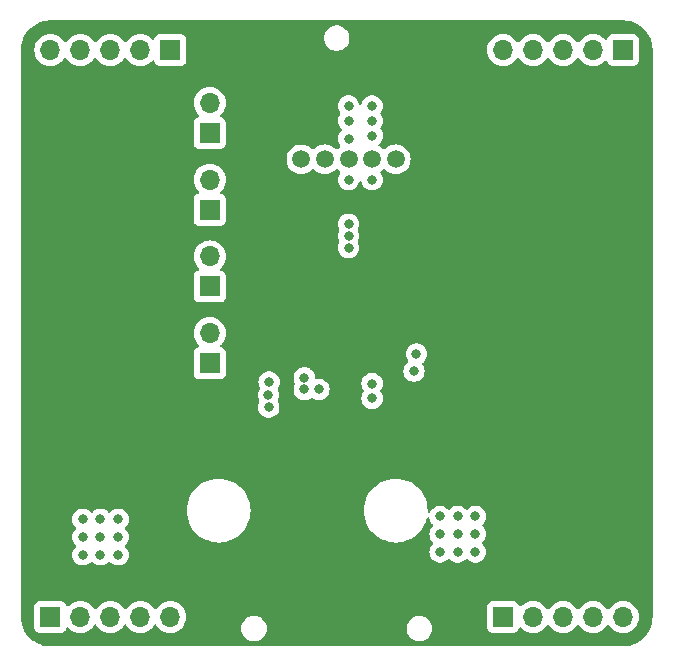
<source format=gbr>
%TF.GenerationSoftware,KiCad,Pcbnew,7.0.7-7.0.7~ubuntu22.04.1*%
%TF.CreationDate,2023-10-06T15:12:16+02:00*%
%TF.ProjectId,ShotClockDisplayPCB,53686f74-436c-46f6-936b-446973706c61,rev?*%
%TF.SameCoordinates,Original*%
%TF.FileFunction,Copper,L2,Inr*%
%TF.FilePolarity,Positive*%
%FSLAX46Y46*%
G04 Gerber Fmt 4.6, Leading zero omitted, Abs format (unit mm)*
G04 Created by KiCad (PCBNEW 7.0.7-7.0.7~ubuntu22.04.1) date 2023-10-06 15:12:16*
%MOMM*%
%LPD*%
G01*
G04 APERTURE LIST*
%TA.AperFunction,ComponentPad*%
%ADD10R,1.700000X1.700000*%
%TD*%
%TA.AperFunction,ComponentPad*%
%ADD11O,1.700000X1.700000*%
%TD*%
%TA.AperFunction,ComponentPad*%
%ADD12C,1.500000*%
%TD*%
%TA.AperFunction,ViaPad*%
%ADD13C,0.800000*%
%TD*%
G04 APERTURE END LIST*
D10*
%TO.N,+3.3V*%
%TO.C,J2*%
X41750000Y-41525000D03*
D11*
%TO.N,/I2C PWM IO Expander/A1*%
X41750000Y-38985000D03*
%TD*%
D10*
%TO.N,/Segment Display Connectors/5V_CONN1*%
%TO.C,J5*%
X28250000Y-76000000D03*
D11*
%TO.N,SEG1_E*%
X30790000Y-76000000D03*
%TO.N,SEG1_D*%
X33330000Y-76000000D03*
%TO.N,SEG1_C*%
X35870000Y-76000000D03*
%TO.N,/Segment Display Connectors/5V_CONN1*%
X38410000Y-76000000D03*
%TD*%
D10*
%TO.N,+3.3V*%
%TO.C,J4*%
X41750000Y-54525000D03*
D11*
%TO.N,/I2C PWM IO Expander/A3*%
X41750000Y-51985000D03*
%TD*%
D10*
%TO.N,SEG1_B*%
%TO.C,J7*%
X38410000Y-28000000D03*
D11*
%TO.N,SEG1_A*%
X35870000Y-28000000D03*
%TO.N,SEG1_DP*%
X33330000Y-28000000D03*
%TO.N,SEG1_F*%
X30790000Y-28000000D03*
%TO.N,SEG1_G*%
X28250000Y-28000000D03*
%TD*%
D12*
%TO.N,/I2C PWM IO Expander/TLC59116_RESETn*%
%TO.C,U1*%
X57500000Y-37250000D03*
%TO.N,+3.3V*%
X55500000Y-37250000D03*
%TO.N,+5V*%
X53500000Y-37250000D03*
%TO.N,/I2C PWM IO Expander/I2C1_SCL*%
X51500000Y-37250000D03*
%TO.N,/I2C PWM IO Expander/I2C1_SDA*%
X49500000Y-37250000D03*
%TO.N,GND*%
X47500000Y-37250000D03*
%TD*%
D10*
%TO.N,+3.3V*%
%TO.C,J1*%
X41750000Y-35025000D03*
D11*
%TO.N,/I2C PWM IO Expander/A0*%
X41750000Y-32485000D03*
%TD*%
D10*
%TO.N,+3.3V*%
%TO.C,J3*%
X41750000Y-48025000D03*
D11*
%TO.N,/I2C PWM IO Expander/A2*%
X41750000Y-45485000D03*
%TD*%
D10*
%TO.N,/Segment Display Connectors/5V_CONN2*%
%TO.C,J6*%
X66590000Y-76000000D03*
D11*
%TO.N,SEG2_E*%
X69130000Y-76000000D03*
%TO.N,SEG2_D*%
X71670000Y-76000000D03*
%TO.N,SEG2_C*%
X74210000Y-76000000D03*
%TO.N,/Segment Display Connectors/5V_CONN2*%
X76750000Y-76000000D03*
%TD*%
D10*
%TO.N,SEG2_B*%
%TO.C,J8*%
X76750000Y-28000000D03*
D11*
%TO.N,SEG2_A*%
X74210000Y-28000000D03*
%TO.N,SEG2_DP*%
X71670000Y-28000000D03*
%TO.N,SEG2_F*%
X69130000Y-28000000D03*
%TO.N,SEG2_G*%
X66590000Y-28000000D03*
%TD*%
D13*
%TO.N,+5V*%
X62750000Y-67500000D03*
X34000000Y-69250000D03*
X64250000Y-69000000D03*
X34000000Y-70750000D03*
X61250000Y-67500000D03*
X34000000Y-67750000D03*
X31000000Y-69250000D03*
X53500000Y-32750000D03*
X32500000Y-67750000D03*
X61250000Y-70500000D03*
X64250000Y-70500000D03*
X62750000Y-69000000D03*
X64250000Y-67500000D03*
X32500000Y-70750000D03*
X53500000Y-34000000D03*
X31000000Y-67750000D03*
X61250000Y-69000000D03*
X53500000Y-39000000D03*
X31000000Y-70750000D03*
X53500000Y-35500000D03*
X62750000Y-70500000D03*
X32500000Y-69250000D03*
%TO.N,GND*%
X34250000Y-60000000D03*
X39250000Y-32250000D03*
X51250000Y-53250000D03*
X39250000Y-35000000D03*
X52750000Y-63750000D03*
X35750000Y-39000000D03*
X51250000Y-63750000D03*
X32000000Y-41500000D03*
X52500000Y-50750000D03*
X51250000Y-62250000D03*
X73250000Y-51500000D03*
X44250000Y-27750000D03*
X71750000Y-50000000D03*
X47500000Y-34000000D03*
X53750000Y-52000000D03*
X32750000Y-60000000D03*
X52750000Y-60750000D03*
X52500000Y-52000000D03*
X71750000Y-51500000D03*
X35750000Y-61500000D03*
X32750000Y-63000000D03*
X32000000Y-39000000D03*
X54250000Y-63750000D03*
X71750000Y-53000000D03*
X34250000Y-63000000D03*
X51250000Y-52000000D03*
X73250000Y-50000000D03*
X54250000Y-60750000D03*
X51250000Y-50750000D03*
X35750000Y-48000000D03*
X44250000Y-37250000D03*
X51250000Y-60750000D03*
X52500000Y-53250000D03*
X54250000Y-62250000D03*
X32000000Y-48000000D03*
X70250000Y-51500000D03*
X32000000Y-35000000D03*
X47500000Y-39000000D03*
X44250000Y-30750000D03*
X35750000Y-63000000D03*
X53750000Y-53250000D03*
X44250000Y-50250000D03*
X68250000Y-31500000D03*
X44250000Y-43750000D03*
X69250000Y-70500000D03*
X58750000Y-27500000D03*
X32000000Y-32250000D03*
X35750000Y-60000000D03*
X51000000Y-45000000D03*
X47500000Y-32500000D03*
X73250000Y-53000000D03*
X70250000Y-53000000D03*
X32000000Y-45500000D03*
X52750000Y-62250000D03*
X32750000Y-61500000D03*
X35750000Y-45500000D03*
X35750000Y-41500000D03*
X35750000Y-32250000D03*
X34250000Y-61500000D03*
X47500000Y-35500000D03*
X35750000Y-35000000D03*
X70250000Y-50000000D03*
X53750000Y-50750000D03*
X64250000Y-35250000D03*
X51000000Y-46000000D03*
X52000000Y-44000000D03*
X51000000Y-44000000D03*
%TO.N,+3.3V*%
X55500000Y-32750000D03*
X53500000Y-42750000D03*
X55500000Y-34000000D03*
X55500000Y-39000000D03*
X53500000Y-44750000D03*
X53500000Y-43750000D03*
X55500000Y-35250000D03*
%TO.N,SEG1_DP*%
X51000000Y-56750000D03*
X46772332Y-56107760D03*
%TO.N,SEG1_F*%
X46720023Y-57220023D03*
X49750000Y-55750000D03*
%TO.N,SEG1_G*%
X46750000Y-58250000D03*
X49750000Y-56750000D03*
%TO.N,SEG2_B*%
X59250000Y-53750000D03*
X55500000Y-56250000D03*
%TO.N,SEG2_A*%
X59041460Y-55208540D03*
X55500000Y-57500000D03*
%TD*%
%TA.AperFunction,Conductor*%
%TO.N,GND*%
G36*
X76751866Y-25500613D02*
G01*
X76831342Y-25505420D01*
X77047539Y-25518497D01*
X77054973Y-25519401D01*
X77344483Y-25572456D01*
X77351753Y-25574247D01*
X77632764Y-25661814D01*
X77639751Y-25664465D01*
X77793864Y-25733825D01*
X77908158Y-25785265D01*
X77914788Y-25788745D01*
X78166665Y-25941010D01*
X78172821Y-25945257D01*
X78404523Y-26126784D01*
X78410123Y-26131745D01*
X78618253Y-26339875D01*
X78623214Y-26345475D01*
X78804739Y-26577175D01*
X78808989Y-26583334D01*
X78961254Y-26835211D01*
X78964737Y-26841846D01*
X79085534Y-27110248D01*
X79088188Y-27117244D01*
X79091727Y-27128599D01*
X79175750Y-27398240D01*
X79177543Y-27405516D01*
X79230598Y-27695026D01*
X79231502Y-27702465D01*
X79249387Y-27998132D01*
X79249500Y-28001877D01*
X79249500Y-75998122D01*
X79249387Y-76001867D01*
X79231502Y-76297534D01*
X79230598Y-76304973D01*
X79177543Y-76594483D01*
X79175750Y-76601759D01*
X79149549Y-76685842D01*
X79091727Y-76871402D01*
X79088192Y-76882745D01*
X79085534Y-76889751D01*
X78964737Y-77158153D01*
X78961254Y-77164788D01*
X78808989Y-77416665D01*
X78804733Y-77422833D01*
X78623215Y-77654523D01*
X78618246Y-77660132D01*
X78410132Y-77868246D01*
X78404523Y-77873215D01*
X78172833Y-78054733D01*
X78166665Y-78058989D01*
X77914788Y-78211254D01*
X77908153Y-78214737D01*
X77639751Y-78335534D01*
X77632749Y-78338190D01*
X77539363Y-78367290D01*
X77351759Y-78425750D01*
X77344483Y-78427543D01*
X77054973Y-78480598D01*
X77047534Y-78481502D01*
X76751867Y-78499387D01*
X76748122Y-78499500D01*
X28251878Y-78499500D01*
X28248133Y-78499387D01*
X27952465Y-78481502D01*
X27945026Y-78480598D01*
X27655516Y-78427543D01*
X27648240Y-78425750D01*
X27554858Y-78396651D01*
X27367244Y-78338188D01*
X27360248Y-78335534D01*
X27091846Y-78214737D01*
X27085211Y-78211254D01*
X26833334Y-78058989D01*
X26827175Y-78054739D01*
X26595475Y-77873214D01*
X26589875Y-77868253D01*
X26381745Y-77660123D01*
X26376784Y-77654523D01*
X26309886Y-77569134D01*
X26195257Y-77422821D01*
X26191010Y-77416665D01*
X26038745Y-77164788D01*
X26035262Y-77158153D01*
X25918119Y-76897870D01*
X26899500Y-76897870D01*
X26899501Y-76897876D01*
X26905908Y-76957483D01*
X26956202Y-77092328D01*
X26956206Y-77092335D01*
X27042452Y-77207544D01*
X27042455Y-77207547D01*
X27157664Y-77293793D01*
X27157671Y-77293797D01*
X27292517Y-77344091D01*
X27292516Y-77344091D01*
X27299444Y-77344835D01*
X27352127Y-77350500D01*
X29147872Y-77350499D01*
X29207483Y-77344091D01*
X29342331Y-77293796D01*
X29457546Y-77207546D01*
X29543796Y-77092331D01*
X29592810Y-76960916D01*
X29634681Y-76904984D01*
X29700145Y-76880566D01*
X29768418Y-76895417D01*
X29796672Y-76916569D01*
X29918599Y-77038495D01*
X30015384Y-77106264D01*
X30112165Y-77174032D01*
X30112167Y-77174033D01*
X30112170Y-77174035D01*
X30326337Y-77273903D01*
X30554592Y-77335063D01*
X30731034Y-77350500D01*
X30789999Y-77355659D01*
X30790000Y-77355659D01*
X30790001Y-77355659D01*
X30848966Y-77350500D01*
X31025408Y-77335063D01*
X31253663Y-77273903D01*
X31467830Y-77174035D01*
X31661401Y-77038495D01*
X31828495Y-76871401D01*
X31958426Y-76685840D01*
X32013001Y-76642217D01*
X32082499Y-76635023D01*
X32144854Y-76666546D01*
X32161574Y-76685841D01*
X32291505Y-76871401D01*
X32458599Y-77038495D01*
X32555384Y-77106264D01*
X32652165Y-77174032D01*
X32652167Y-77174033D01*
X32652170Y-77174035D01*
X32866337Y-77273903D01*
X33094592Y-77335063D01*
X33271034Y-77350500D01*
X33329999Y-77355659D01*
X33330000Y-77355659D01*
X33330001Y-77355659D01*
X33388966Y-77350500D01*
X33565408Y-77335063D01*
X33793663Y-77273903D01*
X34007830Y-77174035D01*
X34201401Y-77038495D01*
X34368495Y-76871401D01*
X34498426Y-76685840D01*
X34553001Y-76642217D01*
X34622499Y-76635023D01*
X34684854Y-76666546D01*
X34701574Y-76685841D01*
X34831505Y-76871401D01*
X34998599Y-77038495D01*
X35095384Y-77106264D01*
X35192165Y-77174032D01*
X35192167Y-77174033D01*
X35192170Y-77174035D01*
X35406337Y-77273903D01*
X35634592Y-77335063D01*
X35811034Y-77350500D01*
X35869999Y-77355659D01*
X35870000Y-77355659D01*
X35870001Y-77355659D01*
X35928966Y-77350500D01*
X36105408Y-77335063D01*
X36333663Y-77273903D01*
X36547830Y-77174035D01*
X36741401Y-77038495D01*
X36908495Y-76871401D01*
X37038426Y-76685840D01*
X37093001Y-76642217D01*
X37162499Y-76635023D01*
X37224854Y-76666546D01*
X37241574Y-76685841D01*
X37371505Y-76871401D01*
X37538599Y-77038495D01*
X37635384Y-77106264D01*
X37732165Y-77174032D01*
X37732167Y-77174033D01*
X37732170Y-77174035D01*
X37946337Y-77273903D01*
X38174592Y-77335063D01*
X38351034Y-77350500D01*
X38409999Y-77355659D01*
X38410000Y-77355659D01*
X38410001Y-77355659D01*
X38468966Y-77350500D01*
X38645408Y-77335063D01*
X38873663Y-77273903D01*
X39087830Y-77174035D01*
X39281401Y-77038495D01*
X39319896Y-77000000D01*
X44418888Y-77000000D01*
X44437295Y-77198649D01*
X44437295Y-77198651D01*
X44437296Y-77198654D01*
X44480499Y-77350498D01*
X44491894Y-77390546D01*
X44580816Y-77569126D01*
X44580821Y-77569134D01*
X44647534Y-77657475D01*
X44701049Y-77728340D01*
X44848484Y-77862746D01*
X45018107Y-77967772D01*
X45204140Y-78039841D01*
X45400248Y-78076500D01*
X45400250Y-78076500D01*
X45599750Y-78076500D01*
X45599752Y-78076500D01*
X45795860Y-78039841D01*
X45981893Y-77967772D01*
X46151516Y-77862746D01*
X46298951Y-77728340D01*
X46419180Y-77569132D01*
X46508107Y-77390543D01*
X46562704Y-77198654D01*
X46581112Y-77000000D01*
X58418888Y-77000000D01*
X58437295Y-77198649D01*
X58437295Y-77198651D01*
X58437296Y-77198654D01*
X58480499Y-77350498D01*
X58491894Y-77390546D01*
X58580816Y-77569126D01*
X58580821Y-77569134D01*
X58647534Y-77657475D01*
X58701049Y-77728340D01*
X58848484Y-77862746D01*
X59018107Y-77967772D01*
X59204140Y-78039841D01*
X59400248Y-78076500D01*
X59400250Y-78076500D01*
X59599750Y-78076500D01*
X59599752Y-78076500D01*
X59795860Y-78039841D01*
X59981893Y-77967772D01*
X60151516Y-77862746D01*
X60298951Y-77728340D01*
X60419180Y-77569132D01*
X60508107Y-77390543D01*
X60562704Y-77198654D01*
X60581112Y-77000000D01*
X60571648Y-76897870D01*
X65239500Y-76897870D01*
X65239501Y-76897876D01*
X65245908Y-76957483D01*
X65296202Y-77092328D01*
X65296206Y-77092335D01*
X65382452Y-77207544D01*
X65382455Y-77207547D01*
X65497664Y-77293793D01*
X65497671Y-77293797D01*
X65632517Y-77344091D01*
X65632516Y-77344091D01*
X65639444Y-77344835D01*
X65692127Y-77350500D01*
X67487872Y-77350499D01*
X67547483Y-77344091D01*
X67682331Y-77293796D01*
X67797546Y-77207546D01*
X67883796Y-77092331D01*
X67932810Y-76960916D01*
X67974681Y-76904984D01*
X68040145Y-76880566D01*
X68108418Y-76895417D01*
X68136673Y-76916569D01*
X68258599Y-77038495D01*
X68355384Y-77106265D01*
X68452165Y-77174032D01*
X68452167Y-77174033D01*
X68452170Y-77174035D01*
X68666337Y-77273903D01*
X68894592Y-77335063D01*
X69071034Y-77350500D01*
X69129999Y-77355659D01*
X69130000Y-77355659D01*
X69130001Y-77355659D01*
X69188966Y-77350500D01*
X69365408Y-77335063D01*
X69593663Y-77273903D01*
X69807830Y-77174035D01*
X70001401Y-77038495D01*
X70168495Y-76871401D01*
X70298426Y-76685841D01*
X70353002Y-76642217D01*
X70422500Y-76635023D01*
X70484855Y-76666546D01*
X70501575Y-76685842D01*
X70631500Y-76871395D01*
X70631505Y-76871401D01*
X70798599Y-77038495D01*
X70895384Y-77106265D01*
X70992165Y-77174032D01*
X70992167Y-77174033D01*
X70992170Y-77174035D01*
X71206337Y-77273903D01*
X71434592Y-77335063D01*
X71611034Y-77350500D01*
X71669999Y-77355659D01*
X71670000Y-77355659D01*
X71670001Y-77355659D01*
X71728966Y-77350500D01*
X71905408Y-77335063D01*
X72133663Y-77273903D01*
X72347830Y-77174035D01*
X72541401Y-77038495D01*
X72708495Y-76871401D01*
X72838426Y-76685841D01*
X72893002Y-76642217D01*
X72962500Y-76635023D01*
X73024855Y-76666546D01*
X73041575Y-76685842D01*
X73171500Y-76871395D01*
X73171505Y-76871401D01*
X73338599Y-77038495D01*
X73435384Y-77106265D01*
X73532165Y-77174032D01*
X73532167Y-77174033D01*
X73532170Y-77174035D01*
X73746337Y-77273903D01*
X73974592Y-77335063D01*
X74151034Y-77350500D01*
X74209999Y-77355659D01*
X74210000Y-77355659D01*
X74210001Y-77355659D01*
X74268966Y-77350500D01*
X74445408Y-77335063D01*
X74673663Y-77273903D01*
X74887830Y-77174035D01*
X75081401Y-77038495D01*
X75248495Y-76871401D01*
X75378426Y-76685841D01*
X75433002Y-76642217D01*
X75502500Y-76635023D01*
X75564855Y-76666546D01*
X75581575Y-76685842D01*
X75711500Y-76871395D01*
X75711505Y-76871401D01*
X75878599Y-77038495D01*
X75975384Y-77106265D01*
X76072165Y-77174032D01*
X76072167Y-77174033D01*
X76072170Y-77174035D01*
X76286337Y-77273903D01*
X76514592Y-77335063D01*
X76691034Y-77350500D01*
X76749999Y-77355659D01*
X76750000Y-77355659D01*
X76750001Y-77355659D01*
X76808966Y-77350500D01*
X76985408Y-77335063D01*
X77213663Y-77273903D01*
X77427830Y-77174035D01*
X77621401Y-77038495D01*
X77788495Y-76871401D01*
X77924035Y-76677830D01*
X78023903Y-76463663D01*
X78085063Y-76235408D01*
X78105659Y-76000000D01*
X78085063Y-75764592D01*
X78023903Y-75536337D01*
X77924035Y-75322171D01*
X77918425Y-75314158D01*
X77788494Y-75128597D01*
X77621402Y-74961506D01*
X77621395Y-74961501D01*
X77427834Y-74825967D01*
X77427830Y-74825965D01*
X77427828Y-74825964D01*
X77213663Y-74726097D01*
X77213659Y-74726096D01*
X77213655Y-74726094D01*
X76985413Y-74664938D01*
X76985403Y-74664936D01*
X76750001Y-74644341D01*
X76749999Y-74644341D01*
X76514596Y-74664936D01*
X76514586Y-74664938D01*
X76286344Y-74726094D01*
X76286335Y-74726098D01*
X76072171Y-74825964D01*
X76072169Y-74825965D01*
X75878597Y-74961505D01*
X75711505Y-75128597D01*
X75581575Y-75314158D01*
X75526998Y-75357783D01*
X75457500Y-75364977D01*
X75395145Y-75333454D01*
X75378425Y-75314158D01*
X75248494Y-75128597D01*
X75081402Y-74961506D01*
X75081395Y-74961501D01*
X74887834Y-74825967D01*
X74887830Y-74825965D01*
X74887828Y-74825964D01*
X74673663Y-74726097D01*
X74673659Y-74726096D01*
X74673655Y-74726094D01*
X74445413Y-74664938D01*
X74445403Y-74664936D01*
X74210001Y-74644341D01*
X74209999Y-74644341D01*
X73974596Y-74664936D01*
X73974586Y-74664938D01*
X73746344Y-74726094D01*
X73746335Y-74726098D01*
X73532171Y-74825964D01*
X73532169Y-74825965D01*
X73338597Y-74961505D01*
X73171505Y-75128597D01*
X73041575Y-75314158D01*
X72986998Y-75357783D01*
X72917500Y-75364977D01*
X72855145Y-75333454D01*
X72838425Y-75314158D01*
X72708494Y-75128597D01*
X72541402Y-74961506D01*
X72541395Y-74961501D01*
X72347834Y-74825967D01*
X72347830Y-74825965D01*
X72347828Y-74825964D01*
X72133663Y-74726097D01*
X72133659Y-74726096D01*
X72133655Y-74726094D01*
X71905413Y-74664938D01*
X71905403Y-74664936D01*
X71670001Y-74644341D01*
X71669999Y-74644341D01*
X71434596Y-74664936D01*
X71434586Y-74664938D01*
X71206344Y-74726094D01*
X71206335Y-74726098D01*
X70992171Y-74825964D01*
X70992169Y-74825965D01*
X70798597Y-74961505D01*
X70631505Y-75128597D01*
X70501575Y-75314158D01*
X70446998Y-75357783D01*
X70377500Y-75364977D01*
X70315145Y-75333454D01*
X70298425Y-75314158D01*
X70168494Y-75128597D01*
X70001402Y-74961506D01*
X70001395Y-74961501D01*
X69807834Y-74825967D01*
X69807830Y-74825965D01*
X69807828Y-74825964D01*
X69593663Y-74726097D01*
X69593659Y-74726096D01*
X69593655Y-74726094D01*
X69365413Y-74664938D01*
X69365403Y-74664936D01*
X69130001Y-74644341D01*
X69129999Y-74644341D01*
X68894596Y-74664936D01*
X68894586Y-74664938D01*
X68666344Y-74726094D01*
X68666335Y-74726098D01*
X68452171Y-74825964D01*
X68452169Y-74825965D01*
X68258600Y-74961503D01*
X68136673Y-75083430D01*
X68075350Y-75116914D01*
X68005658Y-75111930D01*
X67949725Y-75070058D01*
X67932810Y-75039081D01*
X67883797Y-74907671D01*
X67883793Y-74907664D01*
X67797547Y-74792455D01*
X67797544Y-74792452D01*
X67682335Y-74706206D01*
X67682328Y-74706202D01*
X67547482Y-74655908D01*
X67547483Y-74655908D01*
X67487883Y-74649501D01*
X67487881Y-74649500D01*
X67487873Y-74649500D01*
X67487864Y-74649500D01*
X65692129Y-74649500D01*
X65692123Y-74649501D01*
X65632516Y-74655908D01*
X65497671Y-74706202D01*
X65497664Y-74706206D01*
X65382455Y-74792452D01*
X65382452Y-74792455D01*
X65296206Y-74907664D01*
X65296202Y-74907671D01*
X65245908Y-75042517D01*
X65239501Y-75102116D01*
X65239500Y-75102135D01*
X65239500Y-76897870D01*
X60571648Y-76897870D01*
X60562704Y-76801346D01*
X60508107Y-76609457D01*
X60500651Y-76594483D01*
X60419183Y-76430873D01*
X60419178Y-76430865D01*
X60298951Y-76271660D01*
X60189596Y-76171969D01*
X60151516Y-76137254D01*
X60151513Y-76137252D01*
X60151512Y-76137251D01*
X59981898Y-76032231D01*
X59981891Y-76032227D01*
X59888876Y-75996193D01*
X59795860Y-75960159D01*
X59599752Y-75923500D01*
X59400248Y-75923500D01*
X59204140Y-75960159D01*
X59204137Y-75960159D01*
X59204137Y-75960160D01*
X59018108Y-76032227D01*
X59018101Y-76032231D01*
X58848487Y-76137251D01*
X58701048Y-76271660D01*
X58580821Y-76430865D01*
X58580816Y-76430873D01*
X58491894Y-76609453D01*
X58437295Y-76801350D01*
X58418888Y-76999999D01*
X58418888Y-77000000D01*
X46581112Y-77000000D01*
X46562704Y-76801346D01*
X46508107Y-76609457D01*
X46500651Y-76594483D01*
X46419183Y-76430873D01*
X46419178Y-76430865D01*
X46298951Y-76271660D01*
X46189596Y-76171969D01*
X46151516Y-76137254D01*
X46151513Y-76137252D01*
X46151512Y-76137251D01*
X45981898Y-76032231D01*
X45981891Y-76032227D01*
X45888876Y-75996193D01*
X45795860Y-75960159D01*
X45599752Y-75923500D01*
X45400248Y-75923500D01*
X45204140Y-75960159D01*
X45204137Y-75960159D01*
X45204137Y-75960160D01*
X45018108Y-76032227D01*
X45018101Y-76032231D01*
X44848487Y-76137251D01*
X44701048Y-76271660D01*
X44580821Y-76430865D01*
X44580816Y-76430873D01*
X44491894Y-76609453D01*
X44437295Y-76801350D01*
X44418888Y-76999999D01*
X44418888Y-77000000D01*
X39319896Y-77000000D01*
X39448495Y-76871401D01*
X39584035Y-76677830D01*
X39683903Y-76463663D01*
X39745063Y-76235408D01*
X39765659Y-76000000D01*
X39745063Y-75764592D01*
X39683903Y-75536337D01*
X39584035Y-75322171D01*
X39578425Y-75314158D01*
X39448494Y-75128597D01*
X39281402Y-74961506D01*
X39281395Y-74961501D01*
X39087834Y-74825967D01*
X39087830Y-74825965D01*
X39087828Y-74825964D01*
X38873663Y-74726097D01*
X38873659Y-74726096D01*
X38873655Y-74726094D01*
X38645413Y-74664938D01*
X38645403Y-74664936D01*
X38410001Y-74644341D01*
X38409999Y-74644341D01*
X38174596Y-74664936D01*
X38174586Y-74664938D01*
X37946344Y-74726094D01*
X37946335Y-74726098D01*
X37732171Y-74825964D01*
X37732169Y-74825965D01*
X37538597Y-74961505D01*
X37371505Y-75128597D01*
X37241575Y-75314158D01*
X37186998Y-75357783D01*
X37117500Y-75364977D01*
X37055145Y-75333454D01*
X37038425Y-75314158D01*
X36908494Y-75128597D01*
X36741402Y-74961506D01*
X36741395Y-74961501D01*
X36547834Y-74825967D01*
X36547830Y-74825965D01*
X36547828Y-74825964D01*
X36333663Y-74726097D01*
X36333659Y-74726096D01*
X36333655Y-74726094D01*
X36105413Y-74664938D01*
X36105403Y-74664936D01*
X35870001Y-74644341D01*
X35869999Y-74644341D01*
X35634596Y-74664936D01*
X35634586Y-74664938D01*
X35406344Y-74726094D01*
X35406335Y-74726098D01*
X35192171Y-74825964D01*
X35192169Y-74825965D01*
X34998597Y-74961505D01*
X34831505Y-75128597D01*
X34701575Y-75314158D01*
X34646998Y-75357783D01*
X34577500Y-75364977D01*
X34515145Y-75333454D01*
X34498425Y-75314158D01*
X34368494Y-75128597D01*
X34201402Y-74961506D01*
X34201395Y-74961501D01*
X34007834Y-74825967D01*
X34007830Y-74825965D01*
X34007828Y-74825964D01*
X33793663Y-74726097D01*
X33793659Y-74726096D01*
X33793655Y-74726094D01*
X33565413Y-74664938D01*
X33565403Y-74664936D01*
X33330001Y-74644341D01*
X33329999Y-74644341D01*
X33094596Y-74664936D01*
X33094586Y-74664938D01*
X32866344Y-74726094D01*
X32866335Y-74726098D01*
X32652171Y-74825964D01*
X32652169Y-74825965D01*
X32458597Y-74961505D01*
X32291508Y-75128594D01*
X32161574Y-75314159D01*
X32106997Y-75357784D01*
X32037498Y-75364976D01*
X31975144Y-75333454D01*
X31958424Y-75314158D01*
X31828494Y-75128597D01*
X31661402Y-74961506D01*
X31661395Y-74961501D01*
X31467834Y-74825967D01*
X31467830Y-74825965D01*
X31467828Y-74825964D01*
X31253663Y-74726097D01*
X31253659Y-74726096D01*
X31253655Y-74726094D01*
X31025413Y-74664938D01*
X31025403Y-74664936D01*
X30790001Y-74644341D01*
X30789999Y-74644341D01*
X30554596Y-74664936D01*
X30554586Y-74664938D01*
X30326344Y-74726094D01*
X30326335Y-74726098D01*
X30112171Y-74825964D01*
X30112169Y-74825965D01*
X29918600Y-74961503D01*
X29796673Y-75083430D01*
X29735350Y-75116914D01*
X29665658Y-75111930D01*
X29609725Y-75070058D01*
X29592810Y-75039081D01*
X29543797Y-74907671D01*
X29543793Y-74907664D01*
X29457547Y-74792455D01*
X29457544Y-74792452D01*
X29342335Y-74706206D01*
X29342328Y-74706202D01*
X29207482Y-74655908D01*
X29207483Y-74655908D01*
X29147883Y-74649501D01*
X29147881Y-74649500D01*
X29147873Y-74649500D01*
X29147864Y-74649500D01*
X27352129Y-74649500D01*
X27352123Y-74649501D01*
X27292516Y-74655908D01*
X27157671Y-74706202D01*
X27157664Y-74706206D01*
X27042455Y-74792452D01*
X27042452Y-74792455D01*
X26956206Y-74907664D01*
X26956202Y-74907671D01*
X26905908Y-75042517D01*
X26899501Y-75102116D01*
X26899500Y-75102135D01*
X26899500Y-76897870D01*
X25918119Y-76897870D01*
X25914465Y-76889751D01*
X25911814Y-76882764D01*
X25824247Y-76601753D01*
X25822456Y-76594483D01*
X25769401Y-76304973D01*
X25768497Y-76297534D01*
X25750613Y-76001866D01*
X25750500Y-75998122D01*
X25750500Y-75934107D01*
X25750500Y-70750000D01*
X30094540Y-70750000D01*
X30114326Y-70938256D01*
X30114327Y-70938259D01*
X30172818Y-71118277D01*
X30172821Y-71118284D01*
X30267467Y-71282216D01*
X30373971Y-71400500D01*
X30394129Y-71422888D01*
X30547265Y-71534148D01*
X30547270Y-71534151D01*
X30720192Y-71611142D01*
X30720197Y-71611144D01*
X30905354Y-71650500D01*
X30905355Y-71650500D01*
X31094644Y-71650500D01*
X31094646Y-71650500D01*
X31279803Y-71611144D01*
X31452730Y-71534151D01*
X31605871Y-71422888D01*
X31657851Y-71365157D01*
X31717334Y-71328511D01*
X31787191Y-71329840D01*
X31842147Y-71365157D01*
X31894129Y-71422888D01*
X31894132Y-71422890D01*
X32047265Y-71534148D01*
X32047270Y-71534151D01*
X32220192Y-71611142D01*
X32220197Y-71611144D01*
X32405354Y-71650500D01*
X32405355Y-71650500D01*
X32594644Y-71650500D01*
X32594646Y-71650500D01*
X32779803Y-71611144D01*
X32952730Y-71534151D01*
X33105871Y-71422888D01*
X33157851Y-71365158D01*
X33217336Y-71328510D01*
X33287193Y-71329840D01*
X33342148Y-71365158D01*
X33373971Y-71400500D01*
X33394129Y-71422888D01*
X33547265Y-71534148D01*
X33547270Y-71534151D01*
X33720192Y-71611142D01*
X33720197Y-71611144D01*
X33905354Y-71650500D01*
X33905355Y-71650500D01*
X34094644Y-71650500D01*
X34094646Y-71650500D01*
X34279803Y-71611144D01*
X34452730Y-71534151D01*
X34605871Y-71422888D01*
X34732533Y-71282216D01*
X34827179Y-71118284D01*
X34885674Y-70938256D01*
X34905460Y-70750000D01*
X34885674Y-70561744D01*
X34827179Y-70381716D01*
X34732533Y-70217784D01*
X34611146Y-70082971D01*
X34580917Y-70019981D01*
X34589542Y-69950646D01*
X34611147Y-69917028D01*
X34732533Y-69782216D01*
X34827179Y-69618284D01*
X34885674Y-69438256D01*
X34905460Y-69250000D01*
X34885674Y-69061744D01*
X34827179Y-68881716D01*
X34732533Y-68717784D01*
X34655036Y-68631715D01*
X34611147Y-68582971D01*
X34580917Y-68519980D01*
X34589542Y-68450644D01*
X34611147Y-68417028D01*
X34732533Y-68282216D01*
X34827179Y-68118284D01*
X34885674Y-67938256D01*
X34905460Y-67750000D01*
X34885674Y-67561744D01*
X34827179Y-67381716D01*
X34732533Y-67217784D01*
X34605871Y-67077112D01*
X34605867Y-67077109D01*
X34499735Y-66999999D01*
X39794564Y-66999999D01*
X39814289Y-67326099D01*
X39873178Y-67647452D01*
X39970366Y-67959342D01*
X39970370Y-67959354D01*
X39970373Y-67959361D01*
X40104455Y-68257279D01*
X40263264Y-68519980D01*
X40273473Y-68536868D01*
X40474954Y-68794039D01*
X40705960Y-69025045D01*
X40963131Y-69226526D01*
X40963134Y-69226528D01*
X40963137Y-69226530D01*
X41242721Y-69395545D01*
X41540639Y-69529627D01*
X41540652Y-69529631D01*
X41540657Y-69529633D01*
X41825128Y-69618277D01*
X41852547Y-69626821D01*
X42173896Y-69685710D01*
X42500000Y-69705436D01*
X42826104Y-69685710D01*
X43147453Y-69626821D01*
X43459361Y-69529627D01*
X43757279Y-69395545D01*
X44036863Y-69226530D01*
X44294036Y-69025048D01*
X44525048Y-68794036D01*
X44726530Y-68536863D01*
X44895545Y-68257279D01*
X45029627Y-67959361D01*
X45126821Y-67647453D01*
X45185710Y-67326104D01*
X45205436Y-67000000D01*
X54794564Y-67000000D01*
X54814289Y-67326099D01*
X54873178Y-67647452D01*
X54970366Y-67959342D01*
X54970370Y-67959354D01*
X54970373Y-67959361D01*
X55104455Y-68257279D01*
X55263264Y-68519980D01*
X55273473Y-68536868D01*
X55474954Y-68794039D01*
X55705960Y-69025045D01*
X55963131Y-69226526D01*
X55963134Y-69226528D01*
X55963137Y-69226530D01*
X56242721Y-69395545D01*
X56540639Y-69529627D01*
X56540652Y-69529631D01*
X56540657Y-69529633D01*
X56825128Y-69618277D01*
X56852547Y-69626821D01*
X57173896Y-69685710D01*
X57500000Y-69705436D01*
X57826104Y-69685710D01*
X58147453Y-69626821D01*
X58459361Y-69529627D01*
X58757279Y-69395545D01*
X59036863Y-69226530D01*
X59294036Y-69025048D01*
X59525048Y-68794036D01*
X59726530Y-68536863D01*
X59895545Y-68257279D01*
X60029627Y-67959361D01*
X60098797Y-67737385D01*
X60122354Y-67661789D01*
X60161091Y-67603641D01*
X60225116Y-67575667D01*
X60294102Y-67586749D01*
X60346145Y-67633367D01*
X60362769Y-67681946D01*
X60362976Y-67681903D01*
X60363339Y-67683611D01*
X60364058Y-67685714D01*
X60364326Y-67688256D01*
X60364327Y-67688259D01*
X60422818Y-67868277D01*
X60422821Y-67868284D01*
X60517467Y-68032216D01*
X60581518Y-68103351D01*
X60638851Y-68167027D01*
X60669081Y-68230019D01*
X60660456Y-68299354D01*
X60638852Y-68332970D01*
X60517466Y-68467785D01*
X60422821Y-68631715D01*
X60422818Y-68631722D01*
X60364327Y-68811740D01*
X60364326Y-68811744D01*
X60344540Y-69000000D01*
X60364326Y-69188256D01*
X60364327Y-69188259D01*
X60422818Y-69368277D01*
X60422821Y-69368284D01*
X60517466Y-69532215D01*
X60638851Y-69667028D01*
X60669081Y-69730020D01*
X60660455Y-69799355D01*
X60638851Y-69832972D01*
X60517466Y-69967784D01*
X60422821Y-70131715D01*
X60422818Y-70131722D01*
X60364327Y-70311740D01*
X60364326Y-70311744D01*
X60344540Y-70500000D01*
X60364326Y-70688256D01*
X60364327Y-70688259D01*
X60422818Y-70868277D01*
X60422821Y-70868284D01*
X60517467Y-71032216D01*
X60644129Y-71172888D01*
X60797265Y-71284148D01*
X60797270Y-71284151D01*
X60970192Y-71361142D01*
X60970197Y-71361144D01*
X61155354Y-71400500D01*
X61155355Y-71400500D01*
X61344644Y-71400500D01*
X61344646Y-71400500D01*
X61529803Y-71361144D01*
X61702730Y-71284151D01*
X61855871Y-71172888D01*
X61907851Y-71115157D01*
X61967334Y-71078511D01*
X62037191Y-71079840D01*
X62092147Y-71115157D01*
X62144129Y-71172888D01*
X62144132Y-71172890D01*
X62297265Y-71284148D01*
X62297270Y-71284151D01*
X62470192Y-71361142D01*
X62470197Y-71361144D01*
X62655354Y-71400500D01*
X62655355Y-71400500D01*
X62844644Y-71400500D01*
X62844646Y-71400500D01*
X63029803Y-71361144D01*
X63202730Y-71284151D01*
X63355871Y-71172888D01*
X63407851Y-71115158D01*
X63467336Y-71078510D01*
X63537193Y-71079840D01*
X63592148Y-71115158D01*
X63644129Y-71172888D01*
X63797265Y-71284148D01*
X63797270Y-71284151D01*
X63970192Y-71361142D01*
X63970197Y-71361144D01*
X64155354Y-71400500D01*
X64155355Y-71400500D01*
X64344644Y-71400500D01*
X64344646Y-71400500D01*
X64529803Y-71361144D01*
X64702730Y-71284151D01*
X64855871Y-71172888D01*
X64982533Y-71032216D01*
X65077179Y-70868284D01*
X65135674Y-70688256D01*
X65155460Y-70500000D01*
X65135674Y-70311744D01*
X65077179Y-70131716D01*
X64982533Y-69967784D01*
X64905456Y-69882181D01*
X64861147Y-69832971D01*
X64830917Y-69769980D01*
X64839542Y-69700644D01*
X64861147Y-69667028D01*
X64982533Y-69532216D01*
X65077179Y-69368284D01*
X65135674Y-69188256D01*
X65155460Y-69000000D01*
X65135674Y-68811744D01*
X65077179Y-68631716D01*
X64982533Y-68467784D01*
X64861146Y-68332970D01*
X64830917Y-68269981D01*
X64839542Y-68200646D01*
X64861147Y-68167028D01*
X64871118Y-68155954D01*
X64982533Y-68032216D01*
X65077179Y-67868284D01*
X65135674Y-67688256D01*
X65155460Y-67500000D01*
X65135674Y-67311744D01*
X65077179Y-67131716D01*
X64982533Y-66967784D01*
X64855871Y-66827112D01*
X64855867Y-66827109D01*
X64702734Y-66715851D01*
X64702729Y-66715848D01*
X64529807Y-66638857D01*
X64529802Y-66638855D01*
X64384001Y-66607865D01*
X64344646Y-66599500D01*
X64155354Y-66599500D01*
X64122897Y-66606398D01*
X63970197Y-66638855D01*
X63970192Y-66638857D01*
X63797270Y-66715848D01*
X63797265Y-66715851D01*
X63644129Y-66827111D01*
X63644128Y-66827112D01*
X63592148Y-66884841D01*
X63532661Y-66921489D01*
X63462804Y-66920158D01*
X63407850Y-66884841D01*
X63355871Y-66827112D01*
X63355867Y-66827109D01*
X63202734Y-66715851D01*
X63202729Y-66715848D01*
X63029807Y-66638857D01*
X63029802Y-66638855D01*
X62884000Y-66607865D01*
X62844646Y-66599500D01*
X62655354Y-66599500D01*
X62622897Y-66606398D01*
X62470197Y-66638855D01*
X62470192Y-66638857D01*
X62297270Y-66715848D01*
X62297265Y-66715851D01*
X62144132Y-66827109D01*
X62144129Y-66827111D01*
X62144129Y-66827112D01*
X62092148Y-66884841D01*
X62032663Y-66921489D01*
X61962806Y-66920158D01*
X61907851Y-66884841D01*
X61855871Y-66827112D01*
X61855867Y-66827109D01*
X61702734Y-66715851D01*
X61702729Y-66715848D01*
X61529807Y-66638857D01*
X61529802Y-66638855D01*
X61384001Y-66607865D01*
X61344646Y-66599500D01*
X61155354Y-66599500D01*
X61122897Y-66606398D01*
X60970197Y-66638855D01*
X60970192Y-66638857D01*
X60797270Y-66715848D01*
X60797265Y-66715851D01*
X60644129Y-66827111D01*
X60517466Y-66967785D01*
X60434004Y-67112346D01*
X60383437Y-67160562D01*
X60314830Y-67173785D01*
X60249965Y-67147817D01*
X60209437Y-67090903D01*
X60202843Y-67042860D01*
X60205436Y-67000000D01*
X60185710Y-66673896D01*
X60126821Y-66352547D01*
X60029627Y-66040639D01*
X59895545Y-65742721D01*
X59726530Y-65463137D01*
X59726528Y-65463134D01*
X59726526Y-65463131D01*
X59525045Y-65205960D01*
X59294039Y-64974954D01*
X59036868Y-64773473D01*
X59029306Y-64768901D01*
X58757279Y-64604455D01*
X58459361Y-64470373D01*
X58459354Y-64470370D01*
X58459342Y-64470366D01*
X58147452Y-64373178D01*
X57826099Y-64314289D01*
X57500000Y-64294564D01*
X57173900Y-64314289D01*
X56852547Y-64373178D01*
X56540657Y-64470366D01*
X56540641Y-64470372D01*
X56540639Y-64470373D01*
X56350933Y-64555752D01*
X56242725Y-64604453D01*
X56242723Y-64604454D01*
X55963131Y-64773473D01*
X55705960Y-64974954D01*
X55474954Y-65205960D01*
X55273473Y-65463131D01*
X55104454Y-65742723D01*
X55104453Y-65742725D01*
X54970372Y-66040642D01*
X54970366Y-66040657D01*
X54873178Y-66352547D01*
X54814289Y-66673900D01*
X54794564Y-67000000D01*
X45205436Y-67000000D01*
X45185710Y-66673896D01*
X45126821Y-66352547D01*
X45029627Y-66040639D01*
X44895545Y-65742721D01*
X44726530Y-65463137D01*
X44726528Y-65463134D01*
X44726526Y-65463131D01*
X44525045Y-65205960D01*
X44294039Y-64974954D01*
X44036868Y-64773473D01*
X44029306Y-64768901D01*
X43757279Y-64604455D01*
X43459361Y-64470373D01*
X43459354Y-64470370D01*
X43459342Y-64470366D01*
X43147452Y-64373178D01*
X42826099Y-64314289D01*
X42500000Y-64294564D01*
X42173900Y-64314289D01*
X41852547Y-64373178D01*
X41540657Y-64470366D01*
X41540641Y-64470372D01*
X41540639Y-64470373D01*
X41350933Y-64555752D01*
X41242725Y-64604453D01*
X41242723Y-64604454D01*
X40963131Y-64773473D01*
X40705960Y-64974954D01*
X40474954Y-65205960D01*
X40273473Y-65463131D01*
X40104454Y-65742723D01*
X40104453Y-65742725D01*
X39970372Y-66040642D01*
X39970366Y-66040657D01*
X39873178Y-66352547D01*
X39814289Y-66673900D01*
X39794564Y-66999999D01*
X34499735Y-66999999D01*
X34452734Y-66965851D01*
X34452729Y-66965848D01*
X34279807Y-66888857D01*
X34279802Y-66888855D01*
X34134001Y-66857865D01*
X34094646Y-66849500D01*
X33905354Y-66849500D01*
X33872897Y-66856398D01*
X33720197Y-66888855D01*
X33720192Y-66888857D01*
X33547270Y-66965848D01*
X33547265Y-66965851D01*
X33394132Y-67077109D01*
X33394129Y-67077111D01*
X33394129Y-67077112D01*
X33342148Y-67134841D01*
X33282663Y-67171489D01*
X33212806Y-67170158D01*
X33157851Y-67134841D01*
X33105871Y-67077112D01*
X33105867Y-67077109D01*
X32952734Y-66965851D01*
X32952729Y-66965848D01*
X32779807Y-66888857D01*
X32779802Y-66888855D01*
X32634000Y-66857865D01*
X32594646Y-66849500D01*
X32405354Y-66849500D01*
X32372897Y-66856398D01*
X32220197Y-66888855D01*
X32220192Y-66888857D01*
X32047270Y-66965848D01*
X32047265Y-66965851D01*
X31894129Y-67077111D01*
X31894128Y-67077112D01*
X31842148Y-67134841D01*
X31782661Y-67171489D01*
X31712804Y-67170158D01*
X31657850Y-67134841D01*
X31605871Y-67077112D01*
X31605867Y-67077109D01*
X31452734Y-66965851D01*
X31452729Y-66965848D01*
X31279807Y-66888857D01*
X31279802Y-66888855D01*
X31134000Y-66857865D01*
X31094646Y-66849500D01*
X30905354Y-66849500D01*
X30872897Y-66856398D01*
X30720197Y-66888855D01*
X30720192Y-66888857D01*
X30547270Y-66965848D01*
X30547265Y-66965851D01*
X30394129Y-67077111D01*
X30267466Y-67217785D01*
X30172821Y-67381715D01*
X30172818Y-67381722D01*
X30114327Y-67561740D01*
X30114326Y-67561744D01*
X30094540Y-67750000D01*
X30114326Y-67938256D01*
X30114327Y-67938259D01*
X30172818Y-68118277D01*
X30172821Y-68118284D01*
X30267466Y-68282215D01*
X30388851Y-68417028D01*
X30419081Y-68480020D01*
X30410455Y-68549355D01*
X30388851Y-68582972D01*
X30267466Y-68717784D01*
X30172821Y-68881715D01*
X30172818Y-68881722D01*
X30126250Y-69025045D01*
X30114326Y-69061744D01*
X30094540Y-69250000D01*
X30114326Y-69438256D01*
X30114327Y-69438259D01*
X30172818Y-69618277D01*
X30172821Y-69618284D01*
X30267466Y-69782215D01*
X30388851Y-69917028D01*
X30419081Y-69980020D01*
X30410455Y-70049355D01*
X30388851Y-70082972D01*
X30267466Y-70217784D01*
X30172821Y-70381715D01*
X30172818Y-70381722D01*
X30114327Y-70561740D01*
X30114326Y-70561744D01*
X30094540Y-70750000D01*
X25750500Y-70750000D01*
X25750499Y-57220023D01*
X45814563Y-57220023D01*
X45834349Y-57408279D01*
X45834350Y-57408282D01*
X45892841Y-57588300D01*
X45892844Y-57588307D01*
X45950549Y-57688256D01*
X45956736Y-57698971D01*
X45973209Y-57766871D01*
X45956737Y-57822970D01*
X45922820Y-57881716D01*
X45873921Y-58032214D01*
X45864326Y-58061744D01*
X45844540Y-58250000D01*
X45864326Y-58438256D01*
X45864327Y-58438259D01*
X45922818Y-58618277D01*
X45922821Y-58618284D01*
X46017467Y-58782216D01*
X46144129Y-58922888D01*
X46297265Y-59034148D01*
X46297270Y-59034151D01*
X46470192Y-59111142D01*
X46470197Y-59111144D01*
X46655354Y-59150500D01*
X46655355Y-59150500D01*
X46844644Y-59150500D01*
X46844646Y-59150500D01*
X47029803Y-59111144D01*
X47202730Y-59034151D01*
X47355871Y-58922888D01*
X47482533Y-58782216D01*
X47577179Y-58618284D01*
X47635674Y-58438256D01*
X47655460Y-58250000D01*
X47635674Y-58061744D01*
X47577179Y-57881716D01*
X47513285Y-57771049D01*
X47496813Y-57703150D01*
X47513287Y-57647049D01*
X47547201Y-57588308D01*
X47547202Y-57588307D01*
X47605697Y-57408279D01*
X47625483Y-57220023D01*
X47605697Y-57031767D01*
X47547202Y-56851739D01*
X47500592Y-56771008D01*
X47495495Y-56750000D01*
X48844540Y-56750000D01*
X48864326Y-56938256D01*
X48864327Y-56938259D01*
X48922818Y-57118277D01*
X48922821Y-57118284D01*
X49017467Y-57282216D01*
X49125000Y-57401643D01*
X49144129Y-57422888D01*
X49297265Y-57534148D01*
X49297270Y-57534151D01*
X49470192Y-57611142D01*
X49470197Y-57611144D01*
X49655354Y-57650500D01*
X49655355Y-57650500D01*
X49844644Y-57650500D01*
X49844646Y-57650500D01*
X50029803Y-57611144D01*
X50202730Y-57534151D01*
X50302114Y-57461944D01*
X50367921Y-57438464D01*
X50435975Y-57454289D01*
X50447885Y-57461944D01*
X50547265Y-57534148D01*
X50547270Y-57534151D01*
X50720192Y-57611142D01*
X50720197Y-57611144D01*
X50905354Y-57650500D01*
X50905355Y-57650500D01*
X51094644Y-57650500D01*
X51094646Y-57650500D01*
X51279803Y-57611144D01*
X51452730Y-57534151D01*
X51499735Y-57500000D01*
X54594540Y-57500000D01*
X54614326Y-57688256D01*
X54614327Y-57688259D01*
X54672818Y-57868277D01*
X54672821Y-57868284D01*
X54767467Y-58032216D01*
X54894129Y-58172888D01*
X55047265Y-58284148D01*
X55047270Y-58284151D01*
X55220192Y-58361142D01*
X55220197Y-58361144D01*
X55405354Y-58400500D01*
X55405355Y-58400500D01*
X55594644Y-58400500D01*
X55594646Y-58400500D01*
X55779803Y-58361144D01*
X55952730Y-58284151D01*
X56105871Y-58172888D01*
X56232533Y-58032216D01*
X56327179Y-57868284D01*
X56385674Y-57688256D01*
X56405460Y-57500000D01*
X56385674Y-57311744D01*
X56327179Y-57131716D01*
X56232533Y-56967784D01*
X56223698Y-56957972D01*
X56193469Y-56894981D01*
X56202093Y-56825646D01*
X56223699Y-56792027D01*
X56232533Y-56782216D01*
X56327179Y-56618284D01*
X56385674Y-56438256D01*
X56405460Y-56250000D01*
X56385674Y-56061744D01*
X56327179Y-55881716D01*
X56232533Y-55717784D01*
X56105871Y-55577112D01*
X56105465Y-55576817D01*
X55952734Y-55465851D01*
X55952729Y-55465848D01*
X55779807Y-55388857D01*
X55779802Y-55388855D01*
X55634001Y-55357865D01*
X55594646Y-55349500D01*
X55405354Y-55349500D01*
X55372897Y-55356398D01*
X55220197Y-55388855D01*
X55220192Y-55388857D01*
X55047270Y-55465848D01*
X55047265Y-55465851D01*
X54894129Y-55577111D01*
X54767466Y-55717785D01*
X54672821Y-55881715D01*
X54672818Y-55881722D01*
X54614327Y-56061740D01*
X54614326Y-56061744D01*
X54594540Y-56250000D01*
X54614326Y-56438256D01*
X54614327Y-56438259D01*
X54672818Y-56618277D01*
X54672821Y-56618284D01*
X54767467Y-56782216D01*
X54773096Y-56788467D01*
X54776304Y-56792031D01*
X54806531Y-56855023D01*
X54797904Y-56924358D01*
X54776304Y-56957969D01*
X54767466Y-56967785D01*
X54672821Y-57131715D01*
X54672818Y-57131722D01*
X54623921Y-57282214D01*
X54614326Y-57311744D01*
X54594540Y-57500000D01*
X51499735Y-57500000D01*
X51605871Y-57422888D01*
X51732533Y-57282216D01*
X51827179Y-57118284D01*
X51885674Y-56938256D01*
X51905460Y-56750000D01*
X51885674Y-56561744D01*
X51827179Y-56381716D01*
X51732533Y-56217784D01*
X51605871Y-56077112D01*
X51605870Y-56077111D01*
X51452734Y-55965851D01*
X51452729Y-55965848D01*
X51279807Y-55888857D01*
X51279802Y-55888855D01*
X51134001Y-55857865D01*
X51094646Y-55849500D01*
X50905354Y-55849500D01*
X50805238Y-55870779D01*
X50735573Y-55865463D01*
X50679840Y-55823325D01*
X50655735Y-55757745D01*
X50655485Y-55750241D01*
X50654488Y-55740754D01*
X50635674Y-55561744D01*
X50577179Y-55381716D01*
X50482533Y-55217784D01*
X50474210Y-55208540D01*
X58136000Y-55208540D01*
X58155786Y-55396796D01*
X58155787Y-55396799D01*
X58214278Y-55576817D01*
X58214281Y-55576824D01*
X58308927Y-55740756D01*
X58430251Y-55875500D01*
X58435589Y-55881428D01*
X58588725Y-55992688D01*
X58588730Y-55992691D01*
X58761652Y-56069682D01*
X58761657Y-56069684D01*
X58946814Y-56109040D01*
X58946815Y-56109040D01*
X59136104Y-56109040D01*
X59136106Y-56109040D01*
X59321263Y-56069684D01*
X59494190Y-55992691D01*
X59647331Y-55881428D01*
X59773993Y-55740756D01*
X59868639Y-55576824D01*
X59927134Y-55396796D01*
X59946920Y-55208540D01*
X59927134Y-55020284D01*
X59868639Y-54840256D01*
X59773993Y-54676324D01*
X59760572Y-54661419D01*
X59730343Y-54598429D01*
X59738967Y-54529094D01*
X59779836Y-54478130D01*
X59855871Y-54422888D01*
X59982533Y-54282216D01*
X60077179Y-54118284D01*
X60135674Y-53938256D01*
X60155460Y-53750000D01*
X60135674Y-53561744D01*
X60077179Y-53381716D01*
X59982533Y-53217784D01*
X59855871Y-53077112D01*
X59852762Y-53074853D01*
X59702734Y-52965851D01*
X59702729Y-52965848D01*
X59529807Y-52888857D01*
X59529802Y-52888855D01*
X59384000Y-52857865D01*
X59344646Y-52849500D01*
X59155354Y-52849500D01*
X59122915Y-52856395D01*
X58970197Y-52888855D01*
X58970192Y-52888857D01*
X58797270Y-52965848D01*
X58797265Y-52965851D01*
X58644129Y-53077111D01*
X58517466Y-53217785D01*
X58422821Y-53381715D01*
X58422818Y-53381722D01*
X58364327Y-53561740D01*
X58364326Y-53561744D01*
X58344540Y-53750000D01*
X58364326Y-53938256D01*
X58364327Y-53938259D01*
X58422818Y-54118277D01*
X58422821Y-54118284D01*
X58517467Y-54282216D01*
X58530886Y-54297119D01*
X58561116Y-54360110D01*
X58552492Y-54429446D01*
X58511623Y-54480410D01*
X58435587Y-54535653D01*
X58308926Y-54676325D01*
X58214281Y-54840255D01*
X58214278Y-54840262D01*
X58198489Y-54888857D01*
X58155786Y-55020284D01*
X58136000Y-55208540D01*
X50474210Y-55208540D01*
X50355871Y-55077112D01*
X50277654Y-55020284D01*
X50202734Y-54965851D01*
X50202729Y-54965848D01*
X50029807Y-54888857D01*
X50029802Y-54888855D01*
X49884000Y-54857865D01*
X49844646Y-54849500D01*
X49655354Y-54849500D01*
X49622897Y-54856398D01*
X49470197Y-54888855D01*
X49470192Y-54888857D01*
X49297270Y-54965848D01*
X49297265Y-54965851D01*
X49144129Y-55077111D01*
X49017466Y-55217785D01*
X48922821Y-55381715D01*
X48922818Y-55381722D01*
X48864327Y-55561740D01*
X48864326Y-55561744D01*
X48847926Y-55717784D01*
X48845512Y-55740756D01*
X48844540Y-55750000D01*
X48864326Y-55938256D01*
X48864327Y-55938259D01*
X48922818Y-56118277D01*
X48922821Y-56118284D01*
X48963071Y-56187999D01*
X48979544Y-56255900D01*
X48963071Y-56311999D01*
X48922821Y-56381714D01*
X48865942Y-56556771D01*
X48864326Y-56561744D01*
X48844540Y-56750000D01*
X47495495Y-56750000D01*
X47484120Y-56703111D01*
X47503622Y-56646762D01*
X47501616Y-56645604D01*
X47552903Y-56556771D01*
X47599511Y-56476044D01*
X47658006Y-56296016D01*
X47677792Y-56107760D01*
X47658006Y-55919504D01*
X47599511Y-55739476D01*
X47504865Y-55575544D01*
X47378203Y-55434872D01*
X47378202Y-55434871D01*
X47225066Y-55323611D01*
X47225061Y-55323608D01*
X47052139Y-55246617D01*
X47052134Y-55246615D01*
X46906333Y-55215625D01*
X46866978Y-55207260D01*
X46677686Y-55207260D01*
X46645229Y-55214158D01*
X46492529Y-55246615D01*
X46492524Y-55246617D01*
X46319602Y-55323608D01*
X46319597Y-55323611D01*
X46166461Y-55434871D01*
X46039798Y-55575545D01*
X45945153Y-55739475D01*
X45945150Y-55739482D01*
X45886659Y-55919500D01*
X45886658Y-55919504D01*
X45866872Y-56107760D01*
X45886658Y-56296016D01*
X45886659Y-56296019D01*
X45945150Y-56476037D01*
X45945153Y-56476044D01*
X45991761Y-56556771D01*
X46008234Y-56624671D01*
X45988730Y-56681019D01*
X45990739Y-56682179D01*
X45892844Y-56851738D01*
X45892841Y-56851745D01*
X45858326Y-56957973D01*
X45834349Y-57031767D01*
X45814563Y-57220023D01*
X25750499Y-57220023D01*
X25750499Y-51985000D01*
X40394341Y-51985000D01*
X40414936Y-52220403D01*
X40414938Y-52220413D01*
X40476094Y-52448655D01*
X40476096Y-52448659D01*
X40476097Y-52448663D01*
X40575965Y-52662829D01*
X40575965Y-52662830D01*
X40575967Y-52662834D01*
X40684281Y-52817521D01*
X40711501Y-52856396D01*
X40711506Y-52856402D01*
X40833430Y-52978326D01*
X40866915Y-53039649D01*
X40861931Y-53109341D01*
X40820059Y-53165274D01*
X40789083Y-53182189D01*
X40657669Y-53231203D01*
X40657664Y-53231206D01*
X40542455Y-53317452D01*
X40542452Y-53317455D01*
X40456206Y-53432664D01*
X40456202Y-53432671D01*
X40405908Y-53567517D01*
X40399501Y-53627116D01*
X40399501Y-53627123D01*
X40399500Y-53627135D01*
X40399500Y-55422870D01*
X40399501Y-55422876D01*
X40405908Y-55482483D01*
X40456202Y-55617328D01*
X40456206Y-55617335D01*
X40542452Y-55732544D01*
X40542455Y-55732547D01*
X40657664Y-55818793D01*
X40657671Y-55818797D01*
X40792517Y-55869091D01*
X40792516Y-55869091D01*
X40799444Y-55869835D01*
X40852127Y-55875500D01*
X42647872Y-55875499D01*
X42707483Y-55869091D01*
X42842331Y-55818796D01*
X42957546Y-55732546D01*
X43043796Y-55617331D01*
X43094091Y-55482483D01*
X43100500Y-55422873D01*
X43100499Y-53627128D01*
X43094091Y-53567517D01*
X43091936Y-53561740D01*
X43043797Y-53432671D01*
X43043793Y-53432664D01*
X42957547Y-53317455D01*
X42957544Y-53317452D01*
X42842335Y-53231206D01*
X42842328Y-53231202D01*
X42710917Y-53182189D01*
X42654983Y-53140318D01*
X42630566Y-53074853D01*
X42645418Y-53006580D01*
X42666563Y-52978332D01*
X42788495Y-52856401D01*
X42924035Y-52662830D01*
X43023903Y-52448663D01*
X43085063Y-52220408D01*
X43105659Y-51985000D01*
X43085063Y-51749592D01*
X43023903Y-51521337D01*
X42924035Y-51307171D01*
X42788495Y-51113599D01*
X42788494Y-51113597D01*
X42621402Y-50946506D01*
X42621395Y-50946501D01*
X42427834Y-50810967D01*
X42427830Y-50810965D01*
X42427828Y-50810964D01*
X42213663Y-50711097D01*
X42213659Y-50711096D01*
X42213655Y-50711094D01*
X41985413Y-50649938D01*
X41985403Y-50649936D01*
X41750001Y-50629341D01*
X41749999Y-50629341D01*
X41514596Y-50649936D01*
X41514586Y-50649938D01*
X41286344Y-50711094D01*
X41286335Y-50711098D01*
X41072171Y-50810964D01*
X41072169Y-50810965D01*
X40878597Y-50946505D01*
X40711505Y-51113597D01*
X40575965Y-51307169D01*
X40575964Y-51307171D01*
X40476098Y-51521335D01*
X40476094Y-51521344D01*
X40414938Y-51749586D01*
X40414936Y-51749596D01*
X40394341Y-51984999D01*
X40394341Y-51985000D01*
X25750499Y-51985000D01*
X25750499Y-45485000D01*
X40394341Y-45485000D01*
X40414936Y-45720403D01*
X40414938Y-45720413D01*
X40476094Y-45948655D01*
X40476096Y-45948659D01*
X40476097Y-45948663D01*
X40575965Y-46162830D01*
X40575967Y-46162834D01*
X40684281Y-46317521D01*
X40711501Y-46356396D01*
X40711506Y-46356402D01*
X40833430Y-46478326D01*
X40866915Y-46539649D01*
X40861931Y-46609341D01*
X40820059Y-46665274D01*
X40789083Y-46682189D01*
X40657669Y-46731203D01*
X40657664Y-46731206D01*
X40542455Y-46817452D01*
X40542452Y-46817455D01*
X40456206Y-46932664D01*
X40456202Y-46932671D01*
X40405908Y-47067517D01*
X40399501Y-47127116D01*
X40399501Y-47127123D01*
X40399500Y-47127135D01*
X40399500Y-48922870D01*
X40399501Y-48922876D01*
X40405908Y-48982483D01*
X40456202Y-49117328D01*
X40456206Y-49117335D01*
X40542452Y-49232544D01*
X40542455Y-49232547D01*
X40657664Y-49318793D01*
X40657671Y-49318797D01*
X40792517Y-49369091D01*
X40792516Y-49369091D01*
X40799444Y-49369835D01*
X40852127Y-49375500D01*
X42647872Y-49375499D01*
X42707483Y-49369091D01*
X42842331Y-49318796D01*
X42957546Y-49232546D01*
X43043796Y-49117331D01*
X43094091Y-48982483D01*
X43100500Y-48922873D01*
X43100499Y-47127128D01*
X43094091Y-47067517D01*
X43043796Y-46932669D01*
X43043795Y-46932668D01*
X43043793Y-46932664D01*
X42957547Y-46817455D01*
X42957544Y-46817452D01*
X42842335Y-46731206D01*
X42842328Y-46731202D01*
X42710917Y-46682189D01*
X42654983Y-46640318D01*
X42630566Y-46574853D01*
X42645418Y-46506580D01*
X42666563Y-46478332D01*
X42788495Y-46356401D01*
X42924035Y-46162830D01*
X43023903Y-45948663D01*
X43085063Y-45720408D01*
X43105659Y-45485000D01*
X43085063Y-45249592D01*
X43023903Y-45021337D01*
X42924035Y-44807171D01*
X42884004Y-44750000D01*
X52594540Y-44750000D01*
X52614326Y-44938256D01*
X52614327Y-44938259D01*
X52672818Y-45118277D01*
X52672821Y-45118284D01*
X52767467Y-45282216D01*
X52894128Y-45422888D01*
X52894129Y-45422888D01*
X53047265Y-45534148D01*
X53047270Y-45534151D01*
X53220192Y-45611142D01*
X53220197Y-45611144D01*
X53405354Y-45650500D01*
X53405355Y-45650500D01*
X53594644Y-45650500D01*
X53594646Y-45650500D01*
X53779803Y-45611144D01*
X53952730Y-45534151D01*
X54105871Y-45422888D01*
X54232533Y-45282216D01*
X54327179Y-45118284D01*
X54385674Y-44938256D01*
X54405460Y-44750000D01*
X54385674Y-44561744D01*
X54327179Y-44381716D01*
X54286927Y-44311999D01*
X54270454Y-44244101D01*
X54286927Y-44188001D01*
X54327179Y-44118284D01*
X54385674Y-43938256D01*
X54405460Y-43750000D01*
X54385674Y-43561744D01*
X54327179Y-43381716D01*
X54286927Y-43311999D01*
X54270454Y-43244101D01*
X54286927Y-43188001D01*
X54327179Y-43118284D01*
X54385674Y-42938256D01*
X54405460Y-42750000D01*
X54385674Y-42561744D01*
X54327179Y-42381716D01*
X54232533Y-42217784D01*
X54105871Y-42077112D01*
X54105870Y-42077111D01*
X53952734Y-41965851D01*
X53952729Y-41965848D01*
X53779807Y-41888857D01*
X53779802Y-41888855D01*
X53634001Y-41857865D01*
X53594646Y-41849500D01*
X53405354Y-41849500D01*
X53372897Y-41856398D01*
X53220197Y-41888855D01*
X53220192Y-41888857D01*
X53047270Y-41965848D01*
X53047265Y-41965851D01*
X52894129Y-42077111D01*
X52767466Y-42217785D01*
X52672821Y-42381715D01*
X52672818Y-42381722D01*
X52614327Y-42561740D01*
X52614326Y-42561744D01*
X52594540Y-42750000D01*
X52614326Y-42938256D01*
X52614327Y-42938259D01*
X52672818Y-43118277D01*
X52672821Y-43118284D01*
X52713071Y-43187999D01*
X52729544Y-43255900D01*
X52713071Y-43311999D01*
X52672821Y-43381714D01*
X52614327Y-43561740D01*
X52614326Y-43561744D01*
X52594540Y-43750000D01*
X52614326Y-43938256D01*
X52614327Y-43938259D01*
X52672818Y-44118277D01*
X52672821Y-44118284D01*
X52713071Y-44187999D01*
X52729544Y-44255900D01*
X52713071Y-44311999D01*
X52672821Y-44381714D01*
X52651769Y-44446506D01*
X52614326Y-44561744D01*
X52594540Y-44750000D01*
X42884004Y-44750000D01*
X42788495Y-44613599D01*
X42788494Y-44613597D01*
X42621402Y-44446506D01*
X42621395Y-44446501D01*
X42427834Y-44310967D01*
X42427830Y-44310965D01*
X42427828Y-44310964D01*
X42213663Y-44211097D01*
X42213659Y-44211096D01*
X42213655Y-44211094D01*
X41985413Y-44149938D01*
X41985403Y-44149936D01*
X41750001Y-44129341D01*
X41749999Y-44129341D01*
X41514596Y-44149936D01*
X41514586Y-44149938D01*
X41286344Y-44211094D01*
X41286335Y-44211098D01*
X41072171Y-44310964D01*
X41072169Y-44310965D01*
X40878597Y-44446505D01*
X40711505Y-44613597D01*
X40575965Y-44807169D01*
X40575964Y-44807171D01*
X40476098Y-45021335D01*
X40476094Y-45021344D01*
X40414938Y-45249586D01*
X40414936Y-45249596D01*
X40394341Y-45484999D01*
X40394341Y-45485000D01*
X25750499Y-45485000D01*
X25750499Y-38985000D01*
X40394341Y-38985000D01*
X40414936Y-39220403D01*
X40414938Y-39220413D01*
X40476094Y-39448655D01*
X40476096Y-39448659D01*
X40476097Y-39448663D01*
X40515058Y-39532214D01*
X40575965Y-39662830D01*
X40575967Y-39662834D01*
X40660913Y-39784148D01*
X40711501Y-39856396D01*
X40711506Y-39856402D01*
X40833430Y-39978326D01*
X40866915Y-40039649D01*
X40861931Y-40109341D01*
X40820059Y-40165274D01*
X40789083Y-40182189D01*
X40657669Y-40231203D01*
X40657664Y-40231206D01*
X40542455Y-40317452D01*
X40542452Y-40317455D01*
X40456206Y-40432664D01*
X40456202Y-40432671D01*
X40405908Y-40567517D01*
X40399501Y-40627116D01*
X40399501Y-40627123D01*
X40399500Y-40627135D01*
X40399500Y-42422870D01*
X40399501Y-42422876D01*
X40405908Y-42482483D01*
X40456202Y-42617328D01*
X40456206Y-42617335D01*
X40542452Y-42732544D01*
X40542455Y-42732547D01*
X40657664Y-42818793D01*
X40657671Y-42818797D01*
X40792517Y-42869091D01*
X40792516Y-42869091D01*
X40799444Y-42869835D01*
X40852127Y-42875500D01*
X42647872Y-42875499D01*
X42707483Y-42869091D01*
X42842331Y-42818796D01*
X42957546Y-42732546D01*
X43043796Y-42617331D01*
X43094091Y-42482483D01*
X43100500Y-42422873D01*
X43100499Y-40627128D01*
X43094091Y-40567517D01*
X43043796Y-40432669D01*
X43043795Y-40432668D01*
X43043793Y-40432664D01*
X42957547Y-40317455D01*
X42957544Y-40317452D01*
X42842335Y-40231206D01*
X42842328Y-40231202D01*
X42710917Y-40182189D01*
X42654983Y-40140318D01*
X42630566Y-40074853D01*
X42645418Y-40006580D01*
X42666563Y-39978332D01*
X42788495Y-39856401D01*
X42924035Y-39662830D01*
X43023903Y-39448663D01*
X43085063Y-39220408D01*
X43105659Y-38985000D01*
X43085063Y-38749592D01*
X43023903Y-38521337D01*
X42924035Y-38307171D01*
X42892544Y-38262196D01*
X42788494Y-38113597D01*
X42621402Y-37946506D01*
X42621395Y-37946501D01*
X42427834Y-37810967D01*
X42427830Y-37810965D01*
X42427830Y-37810964D01*
X42213663Y-37711097D01*
X42213659Y-37711096D01*
X42213655Y-37711094D01*
X41985413Y-37649938D01*
X41985403Y-37649936D01*
X41750001Y-37629341D01*
X41749999Y-37629341D01*
X41514596Y-37649936D01*
X41514586Y-37649938D01*
X41286344Y-37711094D01*
X41286335Y-37711098D01*
X41072171Y-37810964D01*
X41072169Y-37810965D01*
X40878597Y-37946505D01*
X40711505Y-38113597D01*
X40575965Y-38307169D01*
X40575964Y-38307171D01*
X40476098Y-38521335D01*
X40476094Y-38521344D01*
X40414938Y-38749586D01*
X40414936Y-38749596D01*
X40394341Y-38984999D01*
X40394341Y-38985000D01*
X25750499Y-38985000D01*
X25750499Y-37250002D01*
X48244723Y-37250002D01*
X48263793Y-37467975D01*
X48263793Y-37467979D01*
X48320422Y-37679322D01*
X48320424Y-37679326D01*
X48320425Y-37679330D01*
X48335239Y-37711098D01*
X48412897Y-37877638D01*
X48412898Y-37877639D01*
X48538402Y-38056877D01*
X48693123Y-38211598D01*
X48872361Y-38337102D01*
X49070670Y-38429575D01*
X49282023Y-38486207D01*
X49464926Y-38502208D01*
X49499998Y-38505277D01*
X49500000Y-38505277D01*
X49500002Y-38505277D01*
X49528254Y-38502805D01*
X49717977Y-38486207D01*
X49929330Y-38429575D01*
X50127639Y-38337102D01*
X50306877Y-38211598D01*
X50412318Y-38106156D01*
X50473642Y-38072671D01*
X50543334Y-38077655D01*
X50587681Y-38106156D01*
X50693123Y-38211598D01*
X50872361Y-38337102D01*
X51070670Y-38429575D01*
X51282023Y-38486207D01*
X51464926Y-38502208D01*
X51499998Y-38505277D01*
X51500000Y-38505277D01*
X51500002Y-38505277D01*
X51528254Y-38502805D01*
X51717977Y-38486207D01*
X51929330Y-38429575D01*
X52127639Y-38337102D01*
X52306877Y-38211598D01*
X52412318Y-38106156D01*
X52473642Y-38072671D01*
X52543334Y-38077655D01*
X52587681Y-38106156D01*
X52693122Y-38211597D01*
X52765385Y-38262197D01*
X52809010Y-38316774D01*
X52816202Y-38386272D01*
X52786413Y-38446741D01*
X52767468Y-38467782D01*
X52767464Y-38467787D01*
X52672821Y-38631715D01*
X52672818Y-38631722D01*
X52634519Y-38749596D01*
X52614326Y-38811744D01*
X52594540Y-39000000D01*
X52614326Y-39188256D01*
X52614327Y-39188259D01*
X52672818Y-39368277D01*
X52672821Y-39368284D01*
X52767467Y-39532216D01*
X52885073Y-39662830D01*
X52894129Y-39672888D01*
X53047265Y-39784148D01*
X53047270Y-39784151D01*
X53220192Y-39861142D01*
X53220197Y-39861144D01*
X53405354Y-39900500D01*
X53405355Y-39900500D01*
X53594644Y-39900500D01*
X53594646Y-39900500D01*
X53779803Y-39861144D01*
X53952730Y-39784151D01*
X54105871Y-39672888D01*
X54232533Y-39532216D01*
X54327179Y-39368284D01*
X54382068Y-39199351D01*
X54421506Y-39141675D01*
X54485865Y-39114477D01*
X54554711Y-39126392D01*
X54606187Y-39173636D01*
X54617931Y-39199351D01*
X54672818Y-39368277D01*
X54672821Y-39368284D01*
X54767467Y-39532216D01*
X54885073Y-39662830D01*
X54894129Y-39672888D01*
X55047265Y-39784148D01*
X55047270Y-39784151D01*
X55220192Y-39861142D01*
X55220197Y-39861144D01*
X55405354Y-39900500D01*
X55405355Y-39900500D01*
X55594644Y-39900500D01*
X55594646Y-39900500D01*
X55779803Y-39861144D01*
X55952730Y-39784151D01*
X56105871Y-39672888D01*
X56232533Y-39532216D01*
X56327179Y-39368284D01*
X56385674Y-39188256D01*
X56405460Y-39000000D01*
X56385674Y-38811744D01*
X56327179Y-38631716D01*
X56232533Y-38467784D01*
X56213587Y-38446742D01*
X56183358Y-38383750D01*
X56191984Y-38314415D01*
X56234611Y-38262198D01*
X56306877Y-38211598D01*
X56412318Y-38106156D01*
X56473642Y-38072671D01*
X56543334Y-38077655D01*
X56587681Y-38106156D01*
X56693123Y-38211598D01*
X56872361Y-38337102D01*
X57070670Y-38429575D01*
X57282023Y-38486207D01*
X57464926Y-38502208D01*
X57499998Y-38505277D01*
X57500000Y-38505277D01*
X57500002Y-38505277D01*
X57528254Y-38502805D01*
X57717977Y-38486207D01*
X57929330Y-38429575D01*
X58127639Y-38337102D01*
X58306877Y-38211598D01*
X58461598Y-38056877D01*
X58587102Y-37877639D01*
X58679575Y-37679330D01*
X58736207Y-37467977D01*
X58755277Y-37250000D01*
X58736207Y-37032023D01*
X58679575Y-36820670D01*
X58587102Y-36622362D01*
X58587100Y-36622359D01*
X58587099Y-36622357D01*
X58461599Y-36443124D01*
X58387566Y-36369091D01*
X58306877Y-36288402D01*
X58127642Y-36162900D01*
X58127638Y-36162897D01*
X58004941Y-36105683D01*
X57929330Y-36070425D01*
X57929326Y-36070424D01*
X57929322Y-36070422D01*
X57717977Y-36013793D01*
X57500002Y-35994723D01*
X57499998Y-35994723D01*
X57354682Y-36007436D01*
X57282023Y-36013793D01*
X57282020Y-36013793D01*
X57070677Y-36070422D01*
X57070668Y-36070426D01*
X56872361Y-36162898D01*
X56872357Y-36162900D01*
X56693124Y-36288400D01*
X56587680Y-36393844D01*
X56526357Y-36427328D01*
X56456665Y-36422344D01*
X56412318Y-36393843D01*
X56306881Y-36288406D01*
X56306880Y-36288406D01*
X56306877Y-36288402D01*
X56127642Y-36162900D01*
X56127638Y-36162897D01*
X56103959Y-36151856D01*
X56051520Y-36105683D01*
X56032368Y-36038490D01*
X56052584Y-35971609D01*
X56083477Y-35939157D01*
X56105871Y-35922888D01*
X56232533Y-35782216D01*
X56327179Y-35618284D01*
X56385674Y-35438256D01*
X56405460Y-35250000D01*
X56385674Y-35061744D01*
X56327179Y-34881716D01*
X56232533Y-34717784D01*
X56223698Y-34707972D01*
X56193469Y-34644981D01*
X56202093Y-34575646D01*
X56223699Y-34542027D01*
X56232533Y-34532216D01*
X56327179Y-34368284D01*
X56385674Y-34188256D01*
X56405460Y-34000000D01*
X56385674Y-33811744D01*
X56327179Y-33631716D01*
X56232533Y-33467784D01*
X56223698Y-33457972D01*
X56193469Y-33394981D01*
X56202093Y-33325646D01*
X56223699Y-33292027D01*
X56232533Y-33282216D01*
X56327179Y-33118284D01*
X56385674Y-32938256D01*
X56405460Y-32750000D01*
X56385674Y-32561744D01*
X56327179Y-32381716D01*
X56232533Y-32217784D01*
X56105871Y-32077112D01*
X56029113Y-32021344D01*
X55952734Y-31965851D01*
X55952729Y-31965848D01*
X55779807Y-31888857D01*
X55779802Y-31888855D01*
X55634001Y-31857865D01*
X55594646Y-31849500D01*
X55405354Y-31849500D01*
X55372897Y-31856398D01*
X55220197Y-31888855D01*
X55220192Y-31888857D01*
X55047270Y-31965848D01*
X55047265Y-31965851D01*
X54894129Y-32077111D01*
X54767466Y-32217785D01*
X54672821Y-32381715D01*
X54672818Y-32381722D01*
X54617931Y-32550648D01*
X54578493Y-32608324D01*
X54514135Y-32635522D01*
X54445288Y-32623607D01*
X54393813Y-32576363D01*
X54382069Y-32550648D01*
X54327181Y-32381722D01*
X54327180Y-32381721D01*
X54327179Y-32381716D01*
X54232533Y-32217784D01*
X54105871Y-32077112D01*
X54029113Y-32021344D01*
X53952734Y-31965851D01*
X53952729Y-31965848D01*
X53779807Y-31888857D01*
X53779802Y-31888855D01*
X53634001Y-31857865D01*
X53594646Y-31849500D01*
X53405354Y-31849500D01*
X53372897Y-31856398D01*
X53220197Y-31888855D01*
X53220192Y-31888857D01*
X53047270Y-31965848D01*
X53047265Y-31965851D01*
X52894129Y-32077111D01*
X52767466Y-32217785D01*
X52672821Y-32381715D01*
X52672818Y-32381722D01*
X52617931Y-32550648D01*
X52614326Y-32561744D01*
X52594540Y-32750000D01*
X52614326Y-32938256D01*
X52614327Y-32938259D01*
X52672818Y-33118277D01*
X52672821Y-33118284D01*
X52767467Y-33282216D01*
X52773096Y-33288467D01*
X52776304Y-33292031D01*
X52806531Y-33355023D01*
X52797904Y-33424358D01*
X52776304Y-33457969D01*
X52767466Y-33467785D01*
X52672821Y-33631715D01*
X52672818Y-33631722D01*
X52617931Y-33800648D01*
X52614326Y-33811744D01*
X52594540Y-34000000D01*
X52614326Y-34188256D01*
X52614327Y-34188259D01*
X52672818Y-34368277D01*
X52672821Y-34368284D01*
X52767466Y-34532215D01*
X52888851Y-34667028D01*
X52919081Y-34730020D01*
X52910455Y-34799355D01*
X52888851Y-34832972D01*
X52767466Y-34967784D01*
X52672821Y-35131715D01*
X52672818Y-35131722D01*
X52615938Y-35306782D01*
X52614326Y-35311744D01*
X52594540Y-35500000D01*
X52614326Y-35688256D01*
X52614327Y-35688259D01*
X52672818Y-35868277D01*
X52672821Y-35868284D01*
X52767467Y-36032216D01*
X52786409Y-36053253D01*
X52786411Y-36053255D01*
X52816641Y-36116246D01*
X52808017Y-36185582D01*
X52765386Y-36237803D01*
X52693121Y-36288402D01*
X52587680Y-36393844D01*
X52526357Y-36427328D01*
X52456665Y-36422344D01*
X52412318Y-36393843D01*
X52306881Y-36288406D01*
X52306880Y-36288406D01*
X52306877Y-36288402D01*
X52127642Y-36162900D01*
X52127638Y-36162897D01*
X52004941Y-36105683D01*
X51929330Y-36070425D01*
X51929326Y-36070424D01*
X51929322Y-36070422D01*
X51717977Y-36013793D01*
X51500002Y-35994723D01*
X51499998Y-35994723D01*
X51354682Y-36007436D01*
X51282023Y-36013793D01*
X51282020Y-36013793D01*
X51070677Y-36070422D01*
X51070668Y-36070426D01*
X50872361Y-36162898D01*
X50872357Y-36162900D01*
X50693124Y-36288400D01*
X50587680Y-36393844D01*
X50526357Y-36427328D01*
X50456665Y-36422344D01*
X50412318Y-36393843D01*
X50306881Y-36288406D01*
X50306880Y-36288406D01*
X50306877Y-36288402D01*
X50127642Y-36162900D01*
X50127638Y-36162897D01*
X50004941Y-36105683D01*
X49929330Y-36070425D01*
X49929326Y-36070424D01*
X49929322Y-36070422D01*
X49717977Y-36013793D01*
X49500002Y-35994723D01*
X49499998Y-35994723D01*
X49354682Y-36007436D01*
X49282023Y-36013793D01*
X49282020Y-36013793D01*
X49070677Y-36070422D01*
X49070668Y-36070426D01*
X48872361Y-36162898D01*
X48872357Y-36162900D01*
X48693121Y-36288402D01*
X48538402Y-36443121D01*
X48412900Y-36622357D01*
X48412898Y-36622361D01*
X48320426Y-36820668D01*
X48320422Y-36820677D01*
X48263793Y-37032020D01*
X48263793Y-37032024D01*
X48244723Y-37249997D01*
X48244723Y-37250002D01*
X25750499Y-37250002D01*
X25750499Y-32485000D01*
X40394341Y-32485000D01*
X40414936Y-32720403D01*
X40414938Y-32720413D01*
X40476094Y-32948655D01*
X40476096Y-32948659D01*
X40476097Y-32948663D01*
X40476418Y-32949351D01*
X40575965Y-33162830D01*
X40575967Y-33162834D01*
X40684281Y-33317521D01*
X40711501Y-33356396D01*
X40711506Y-33356402D01*
X40833430Y-33478326D01*
X40866915Y-33539649D01*
X40861931Y-33609341D01*
X40820059Y-33665274D01*
X40789083Y-33682189D01*
X40657669Y-33731203D01*
X40657664Y-33731206D01*
X40542455Y-33817452D01*
X40542452Y-33817455D01*
X40456206Y-33932664D01*
X40456202Y-33932671D01*
X40405908Y-34067517D01*
X40400860Y-34114477D01*
X40399501Y-34127123D01*
X40399500Y-34127135D01*
X40399500Y-35922870D01*
X40399501Y-35922876D01*
X40405908Y-35982483D01*
X40456202Y-36117328D01*
X40456206Y-36117335D01*
X40542452Y-36232544D01*
X40542455Y-36232547D01*
X40657664Y-36318793D01*
X40657671Y-36318797D01*
X40792517Y-36369091D01*
X40792516Y-36369091D01*
X40799444Y-36369835D01*
X40852127Y-36375500D01*
X42647872Y-36375499D01*
X42707483Y-36369091D01*
X42842331Y-36318796D01*
X42957546Y-36232546D01*
X43043796Y-36117331D01*
X43094091Y-35982483D01*
X43100500Y-35922873D01*
X43100499Y-34127128D01*
X43094091Y-34067517D01*
X43068908Y-33999999D01*
X43043797Y-33932671D01*
X43043793Y-33932664D01*
X42957547Y-33817455D01*
X42957544Y-33817452D01*
X42842335Y-33731206D01*
X42842328Y-33731202D01*
X42710917Y-33682189D01*
X42654983Y-33640318D01*
X42630566Y-33574853D01*
X42645418Y-33506580D01*
X42666563Y-33478332D01*
X42788495Y-33356401D01*
X42924035Y-33162830D01*
X43023903Y-32948663D01*
X43085063Y-32720408D01*
X43105659Y-32485000D01*
X43085063Y-32249592D01*
X43023903Y-32021337D01*
X42924035Y-31807171D01*
X42788495Y-31613599D01*
X42788494Y-31613597D01*
X42621402Y-31446506D01*
X42621395Y-31446501D01*
X42427834Y-31310967D01*
X42427830Y-31310965D01*
X42427830Y-31310964D01*
X42213663Y-31211097D01*
X42213659Y-31211096D01*
X42213655Y-31211094D01*
X41985413Y-31149938D01*
X41985403Y-31149936D01*
X41750001Y-31129341D01*
X41749999Y-31129341D01*
X41514596Y-31149936D01*
X41514586Y-31149938D01*
X41286344Y-31211094D01*
X41286335Y-31211098D01*
X41072171Y-31310964D01*
X41072169Y-31310965D01*
X40878597Y-31446505D01*
X40711505Y-31613597D01*
X40575965Y-31807169D01*
X40575964Y-31807171D01*
X40476098Y-32021335D01*
X40476094Y-32021344D01*
X40414938Y-32249586D01*
X40414936Y-32249596D01*
X40394341Y-32484999D01*
X40394341Y-32485000D01*
X25750499Y-32485000D01*
X25750499Y-28001876D01*
X25750556Y-28000000D01*
X26894341Y-28000000D01*
X26914936Y-28235403D01*
X26914938Y-28235413D01*
X26976094Y-28463655D01*
X26976096Y-28463659D01*
X26976097Y-28463663D01*
X26980000Y-28472032D01*
X27075965Y-28677830D01*
X27075967Y-28677834D01*
X27184281Y-28832521D01*
X27211505Y-28871401D01*
X27378599Y-29038495D01*
X27475384Y-29106264D01*
X27572165Y-29174032D01*
X27572167Y-29174033D01*
X27572170Y-29174035D01*
X27786337Y-29273903D01*
X28014592Y-29335063D01*
X28191034Y-29350500D01*
X28249999Y-29355659D01*
X28250000Y-29355659D01*
X28250001Y-29355659D01*
X28308966Y-29350500D01*
X28485408Y-29335063D01*
X28713663Y-29273903D01*
X28927830Y-29174035D01*
X29121401Y-29038495D01*
X29288495Y-28871401D01*
X29418424Y-28685842D01*
X29473002Y-28642217D01*
X29542500Y-28635023D01*
X29604855Y-28666546D01*
X29621575Y-28685842D01*
X29751500Y-28871395D01*
X29751505Y-28871401D01*
X29918599Y-29038495D01*
X30015384Y-29106264D01*
X30112165Y-29174032D01*
X30112167Y-29174033D01*
X30112170Y-29174035D01*
X30326337Y-29273903D01*
X30554592Y-29335063D01*
X30731034Y-29350500D01*
X30789999Y-29355659D01*
X30790000Y-29355659D01*
X30790001Y-29355659D01*
X30848966Y-29350500D01*
X31025408Y-29335063D01*
X31253663Y-29273903D01*
X31467830Y-29174035D01*
X31661401Y-29038495D01*
X31828495Y-28871401D01*
X31958424Y-28685842D01*
X32013002Y-28642217D01*
X32082500Y-28635023D01*
X32144855Y-28666546D01*
X32161575Y-28685842D01*
X32291500Y-28871395D01*
X32291505Y-28871401D01*
X32458599Y-29038495D01*
X32555384Y-29106264D01*
X32652165Y-29174032D01*
X32652167Y-29174033D01*
X32652170Y-29174035D01*
X32866337Y-29273903D01*
X33094592Y-29335063D01*
X33271034Y-29350500D01*
X33329999Y-29355659D01*
X33330000Y-29355659D01*
X33330001Y-29355659D01*
X33388966Y-29350500D01*
X33565408Y-29335063D01*
X33793663Y-29273903D01*
X34007830Y-29174035D01*
X34201401Y-29038495D01*
X34368495Y-28871401D01*
X34498424Y-28685842D01*
X34553002Y-28642217D01*
X34622500Y-28635023D01*
X34684855Y-28666546D01*
X34701575Y-28685842D01*
X34831500Y-28871395D01*
X34831505Y-28871401D01*
X34998599Y-29038495D01*
X35095384Y-29106265D01*
X35192165Y-29174032D01*
X35192167Y-29174033D01*
X35192170Y-29174035D01*
X35406337Y-29273903D01*
X35634592Y-29335063D01*
X35811034Y-29350500D01*
X35869999Y-29355659D01*
X35870000Y-29355659D01*
X35870001Y-29355659D01*
X35928966Y-29350500D01*
X36105408Y-29335063D01*
X36333663Y-29273903D01*
X36547830Y-29174035D01*
X36741401Y-29038495D01*
X36863329Y-28916566D01*
X36924648Y-28883084D01*
X36994340Y-28888068D01*
X37050274Y-28929939D01*
X37067189Y-28960917D01*
X37116202Y-29092328D01*
X37116206Y-29092335D01*
X37202452Y-29207544D01*
X37202455Y-29207547D01*
X37317664Y-29293793D01*
X37317671Y-29293797D01*
X37452517Y-29344091D01*
X37452516Y-29344091D01*
X37459444Y-29344835D01*
X37512127Y-29350500D01*
X39307872Y-29350499D01*
X39367483Y-29344091D01*
X39502331Y-29293796D01*
X39617546Y-29207546D01*
X39703796Y-29092331D01*
X39754091Y-28957483D01*
X39760500Y-28897873D01*
X39760499Y-27102128D01*
X39754091Y-27042517D01*
X39752810Y-27039083D01*
X39738233Y-27000000D01*
X51418888Y-27000000D01*
X51437295Y-27198649D01*
X51437295Y-27198651D01*
X51437296Y-27198654D01*
X51482572Y-27357783D01*
X51491894Y-27390546D01*
X51580816Y-27569126D01*
X51580821Y-27569134D01*
X51675891Y-27695026D01*
X51701049Y-27728340D01*
X51848484Y-27862746D01*
X52018107Y-27967772D01*
X52204140Y-28039841D01*
X52400248Y-28076500D01*
X52400250Y-28076500D01*
X52599750Y-28076500D01*
X52599752Y-28076500D01*
X52795860Y-28039841D01*
X52898702Y-28000000D01*
X65234341Y-28000000D01*
X65254936Y-28235403D01*
X65254938Y-28235413D01*
X65316094Y-28463655D01*
X65316096Y-28463659D01*
X65316097Y-28463663D01*
X65320000Y-28472032D01*
X65415965Y-28677830D01*
X65415967Y-28677834D01*
X65524281Y-28832521D01*
X65551505Y-28871401D01*
X65718599Y-29038495D01*
X65815384Y-29106264D01*
X65912165Y-29174032D01*
X65912167Y-29174033D01*
X65912170Y-29174035D01*
X66126337Y-29273903D01*
X66354592Y-29335063D01*
X66531034Y-29350500D01*
X66589999Y-29355659D01*
X66590000Y-29355659D01*
X66590001Y-29355659D01*
X66648966Y-29350500D01*
X66825408Y-29335063D01*
X67053663Y-29273903D01*
X67267830Y-29174035D01*
X67461401Y-29038495D01*
X67628495Y-28871401D01*
X67758424Y-28685842D01*
X67813002Y-28642217D01*
X67882500Y-28635023D01*
X67944855Y-28666546D01*
X67961575Y-28685842D01*
X68091500Y-28871395D01*
X68091505Y-28871401D01*
X68258599Y-29038495D01*
X68355384Y-29106264D01*
X68452165Y-29174032D01*
X68452167Y-29174033D01*
X68452170Y-29174035D01*
X68666337Y-29273903D01*
X68894592Y-29335063D01*
X69071034Y-29350500D01*
X69129999Y-29355659D01*
X69130000Y-29355659D01*
X69130001Y-29355659D01*
X69188966Y-29350500D01*
X69365408Y-29335063D01*
X69593663Y-29273903D01*
X69807830Y-29174035D01*
X70001401Y-29038495D01*
X70168495Y-28871401D01*
X70298424Y-28685842D01*
X70353002Y-28642217D01*
X70422500Y-28635023D01*
X70484855Y-28666546D01*
X70501575Y-28685842D01*
X70631500Y-28871395D01*
X70631505Y-28871401D01*
X70798599Y-29038495D01*
X70895384Y-29106264D01*
X70992165Y-29174032D01*
X70992167Y-29174033D01*
X70992170Y-29174035D01*
X71206337Y-29273903D01*
X71434592Y-29335063D01*
X71611034Y-29350500D01*
X71669999Y-29355659D01*
X71670000Y-29355659D01*
X71670001Y-29355659D01*
X71728966Y-29350500D01*
X71905408Y-29335063D01*
X72133663Y-29273903D01*
X72347830Y-29174035D01*
X72541401Y-29038495D01*
X72708495Y-28871401D01*
X72838424Y-28685842D01*
X72893002Y-28642217D01*
X72962500Y-28635023D01*
X73024855Y-28666546D01*
X73041575Y-28685842D01*
X73171500Y-28871395D01*
X73171505Y-28871401D01*
X73338599Y-29038495D01*
X73435384Y-29106265D01*
X73532165Y-29174032D01*
X73532167Y-29174033D01*
X73532170Y-29174035D01*
X73746337Y-29273903D01*
X73974592Y-29335063D01*
X74151034Y-29350500D01*
X74209999Y-29355659D01*
X74210000Y-29355659D01*
X74210001Y-29355659D01*
X74268966Y-29350500D01*
X74445408Y-29335063D01*
X74673663Y-29273903D01*
X74887830Y-29174035D01*
X75081401Y-29038495D01*
X75203329Y-28916566D01*
X75264648Y-28883084D01*
X75334340Y-28888068D01*
X75390274Y-28929939D01*
X75407189Y-28960917D01*
X75456202Y-29092328D01*
X75456206Y-29092335D01*
X75542452Y-29207544D01*
X75542455Y-29207547D01*
X75657664Y-29293793D01*
X75657671Y-29293797D01*
X75792517Y-29344091D01*
X75792516Y-29344091D01*
X75799444Y-29344835D01*
X75852127Y-29350500D01*
X77647872Y-29350499D01*
X77707483Y-29344091D01*
X77842331Y-29293796D01*
X77957546Y-29207546D01*
X78043796Y-29092331D01*
X78094091Y-28957483D01*
X78100500Y-28897873D01*
X78100499Y-27102128D01*
X78094091Y-27042517D01*
X78092810Y-27039083D01*
X78043797Y-26907671D01*
X78043793Y-26907664D01*
X77957547Y-26792455D01*
X77957544Y-26792452D01*
X77842335Y-26706206D01*
X77842328Y-26706202D01*
X77707482Y-26655908D01*
X77707483Y-26655908D01*
X77647883Y-26649501D01*
X77647881Y-26649500D01*
X77647873Y-26649500D01*
X77647864Y-26649500D01*
X75852129Y-26649500D01*
X75852123Y-26649501D01*
X75792516Y-26655908D01*
X75657671Y-26706202D01*
X75657664Y-26706206D01*
X75542455Y-26792452D01*
X75542452Y-26792455D01*
X75456206Y-26907664D01*
X75456203Y-26907669D01*
X75407189Y-27039083D01*
X75365317Y-27095016D01*
X75299853Y-27119433D01*
X75231580Y-27104581D01*
X75203326Y-27083430D01*
X75081402Y-26961506D01*
X75081395Y-26961501D01*
X74887834Y-26825967D01*
X74887830Y-26825965D01*
X74835043Y-26801350D01*
X74673663Y-26726097D01*
X74673659Y-26726096D01*
X74673655Y-26726094D01*
X74445413Y-26664938D01*
X74445403Y-26664936D01*
X74210001Y-26644341D01*
X74209999Y-26644341D01*
X73974596Y-26664936D01*
X73974586Y-26664938D01*
X73746344Y-26726094D01*
X73746335Y-26726098D01*
X73532171Y-26825964D01*
X73532169Y-26825965D01*
X73338597Y-26961505D01*
X73171505Y-27128597D01*
X73041575Y-27314158D01*
X72986998Y-27357783D01*
X72917500Y-27364977D01*
X72855145Y-27333454D01*
X72838425Y-27314158D01*
X72708494Y-27128597D01*
X72541402Y-26961506D01*
X72541395Y-26961501D01*
X72347834Y-26825967D01*
X72347830Y-26825965D01*
X72295043Y-26801350D01*
X72133663Y-26726097D01*
X72133659Y-26726096D01*
X72133655Y-26726094D01*
X71905413Y-26664938D01*
X71905403Y-26664936D01*
X71670001Y-26644341D01*
X71669999Y-26644341D01*
X71434596Y-26664936D01*
X71434586Y-26664938D01*
X71206344Y-26726094D01*
X71206335Y-26726098D01*
X70992171Y-26825964D01*
X70992169Y-26825965D01*
X70798597Y-26961505D01*
X70631505Y-27128597D01*
X70501575Y-27314158D01*
X70446998Y-27357783D01*
X70377500Y-27364977D01*
X70315145Y-27333454D01*
X70298425Y-27314158D01*
X70168494Y-27128597D01*
X70001402Y-26961506D01*
X70001395Y-26961501D01*
X69807834Y-26825967D01*
X69807830Y-26825965D01*
X69755043Y-26801350D01*
X69593663Y-26726097D01*
X69593659Y-26726096D01*
X69593655Y-26726094D01*
X69365413Y-26664938D01*
X69365403Y-26664936D01*
X69130001Y-26644341D01*
X69129999Y-26644341D01*
X68894596Y-26664936D01*
X68894586Y-26664938D01*
X68666344Y-26726094D01*
X68666335Y-26726098D01*
X68452171Y-26825964D01*
X68452169Y-26825965D01*
X68258597Y-26961505D01*
X68091505Y-27128597D01*
X67961575Y-27314158D01*
X67906998Y-27357783D01*
X67837500Y-27364977D01*
X67775145Y-27333454D01*
X67758425Y-27314158D01*
X67628494Y-27128597D01*
X67461402Y-26961506D01*
X67461395Y-26961501D01*
X67267834Y-26825967D01*
X67267830Y-26825965D01*
X67215043Y-26801350D01*
X67053663Y-26726097D01*
X67053659Y-26726096D01*
X67053655Y-26726094D01*
X66825413Y-26664938D01*
X66825403Y-26664936D01*
X66590001Y-26644341D01*
X66589999Y-26644341D01*
X66354596Y-26664936D01*
X66354586Y-26664938D01*
X66126344Y-26726094D01*
X66126335Y-26726098D01*
X65912171Y-26825964D01*
X65912169Y-26825965D01*
X65718597Y-26961505D01*
X65551505Y-27128597D01*
X65415965Y-27322169D01*
X65415964Y-27322171D01*
X65316098Y-27536335D01*
X65316094Y-27536344D01*
X65254938Y-27764586D01*
X65254936Y-27764596D01*
X65234341Y-27999999D01*
X65234341Y-28000000D01*
X52898702Y-28000000D01*
X52981893Y-27967772D01*
X53151516Y-27862746D01*
X53298951Y-27728340D01*
X53419180Y-27569132D01*
X53508107Y-27390543D01*
X53562704Y-27198654D01*
X53581112Y-27000000D01*
X53562704Y-26801346D01*
X53508107Y-26609457D01*
X53454370Y-26501538D01*
X53419183Y-26430873D01*
X53419178Y-26430865D01*
X53298951Y-26271660D01*
X53218384Y-26198213D01*
X53151516Y-26137254D01*
X53151513Y-26137252D01*
X53151512Y-26137251D01*
X52981898Y-26032231D01*
X52981891Y-26032227D01*
X52888876Y-25996193D01*
X52795860Y-25960159D01*
X52599752Y-25923500D01*
X52400248Y-25923500D01*
X52204140Y-25960159D01*
X52204137Y-25960159D01*
X52204137Y-25960160D01*
X52018108Y-26032227D01*
X52018101Y-26032231D01*
X51848487Y-26137251D01*
X51701048Y-26271660D01*
X51580821Y-26430865D01*
X51580816Y-26430873D01*
X51491894Y-26609453D01*
X51437295Y-26801350D01*
X51418888Y-26999999D01*
X51418888Y-27000000D01*
X39738233Y-27000000D01*
X39703797Y-26907671D01*
X39703793Y-26907664D01*
X39617547Y-26792455D01*
X39617544Y-26792452D01*
X39502335Y-26706206D01*
X39502328Y-26706202D01*
X39367482Y-26655908D01*
X39367483Y-26655908D01*
X39307883Y-26649501D01*
X39307881Y-26649500D01*
X39307873Y-26649500D01*
X39307864Y-26649500D01*
X37512129Y-26649500D01*
X37512123Y-26649501D01*
X37452516Y-26655908D01*
X37317671Y-26706202D01*
X37317664Y-26706206D01*
X37202455Y-26792452D01*
X37202452Y-26792455D01*
X37116206Y-26907664D01*
X37116203Y-26907669D01*
X37067189Y-27039083D01*
X37025317Y-27095016D01*
X36959853Y-27119433D01*
X36891580Y-27104581D01*
X36863326Y-27083430D01*
X36741402Y-26961506D01*
X36741395Y-26961501D01*
X36547834Y-26825967D01*
X36547830Y-26825965D01*
X36495043Y-26801350D01*
X36333663Y-26726097D01*
X36333659Y-26726096D01*
X36333655Y-26726094D01*
X36105413Y-26664938D01*
X36105403Y-26664936D01*
X35870001Y-26644341D01*
X35869999Y-26644341D01*
X35634596Y-26664936D01*
X35634586Y-26664938D01*
X35406344Y-26726094D01*
X35406335Y-26726098D01*
X35192171Y-26825964D01*
X35192169Y-26825965D01*
X34998597Y-26961505D01*
X34831505Y-27128597D01*
X34701575Y-27314158D01*
X34646998Y-27357783D01*
X34577500Y-27364977D01*
X34515145Y-27333454D01*
X34498425Y-27314158D01*
X34368494Y-27128597D01*
X34201402Y-26961506D01*
X34201395Y-26961501D01*
X34007834Y-26825967D01*
X34007830Y-26825965D01*
X33955043Y-26801350D01*
X33793663Y-26726097D01*
X33793659Y-26726096D01*
X33793655Y-26726094D01*
X33565413Y-26664938D01*
X33565403Y-26664936D01*
X33330001Y-26644341D01*
X33329999Y-26644341D01*
X33094596Y-26664936D01*
X33094586Y-26664938D01*
X32866344Y-26726094D01*
X32866335Y-26726098D01*
X32652171Y-26825964D01*
X32652169Y-26825965D01*
X32458597Y-26961505D01*
X32291508Y-27128594D01*
X32161574Y-27314159D01*
X32106997Y-27357784D01*
X32037498Y-27364976D01*
X31975144Y-27333454D01*
X31958424Y-27314158D01*
X31828494Y-27128597D01*
X31661402Y-26961506D01*
X31661395Y-26961501D01*
X31467834Y-26825967D01*
X31467830Y-26825965D01*
X31415043Y-26801350D01*
X31253663Y-26726097D01*
X31253659Y-26726096D01*
X31253655Y-26726094D01*
X31025413Y-26664938D01*
X31025403Y-26664936D01*
X30790001Y-26644341D01*
X30789999Y-26644341D01*
X30554596Y-26664936D01*
X30554586Y-26664938D01*
X30326344Y-26726094D01*
X30326335Y-26726098D01*
X30112171Y-26825964D01*
X30112169Y-26825965D01*
X29918597Y-26961505D01*
X29751505Y-27128597D01*
X29621575Y-27314158D01*
X29566998Y-27357783D01*
X29497500Y-27364977D01*
X29435145Y-27333454D01*
X29418425Y-27314158D01*
X29288494Y-27128597D01*
X29121402Y-26961506D01*
X29121395Y-26961501D01*
X28927834Y-26825967D01*
X28927830Y-26825965D01*
X28875043Y-26801350D01*
X28713663Y-26726097D01*
X28713659Y-26726096D01*
X28713655Y-26726094D01*
X28485413Y-26664938D01*
X28485403Y-26664936D01*
X28250001Y-26644341D01*
X28249999Y-26644341D01*
X28014596Y-26664936D01*
X28014586Y-26664938D01*
X27786344Y-26726094D01*
X27786335Y-26726098D01*
X27572171Y-26825964D01*
X27572169Y-26825965D01*
X27378597Y-26961505D01*
X27211505Y-27128597D01*
X27075965Y-27322169D01*
X27075964Y-27322171D01*
X26976098Y-27536335D01*
X26976094Y-27536344D01*
X26914938Y-27764586D01*
X26914936Y-27764596D01*
X26894341Y-27999999D01*
X26894341Y-28000000D01*
X25750556Y-28000000D01*
X25750612Y-27998131D01*
X25752664Y-27964201D01*
X25768497Y-27702458D01*
X25769401Y-27695026D01*
X25822456Y-27405516D01*
X25824246Y-27398250D01*
X25911816Y-27117230D01*
X25914465Y-27110248D01*
X25931767Y-27071805D01*
X26035268Y-26841834D01*
X26038745Y-26835211D01*
X26044334Y-26825967D01*
X26191012Y-26583330D01*
X26195252Y-26577186D01*
X26376793Y-26345465D01*
X26381737Y-26339884D01*
X26589884Y-26131737D01*
X26595465Y-26126793D01*
X26827186Y-25945252D01*
X26833334Y-25941010D01*
X27085215Y-25788742D01*
X27091834Y-25785268D01*
X27360246Y-25664465D01*
X27367230Y-25661816D01*
X27648250Y-25574246D01*
X27655516Y-25572456D01*
X27945026Y-25519401D01*
X27952458Y-25518497D01*
X28177572Y-25504880D01*
X28248134Y-25500613D01*
X28251878Y-25500500D01*
X28315892Y-25500500D01*
X76684108Y-25500500D01*
X76748122Y-25500500D01*
X76751866Y-25500613D01*
G37*
%TD.AperFunction*%
%TD*%
M02*

</source>
